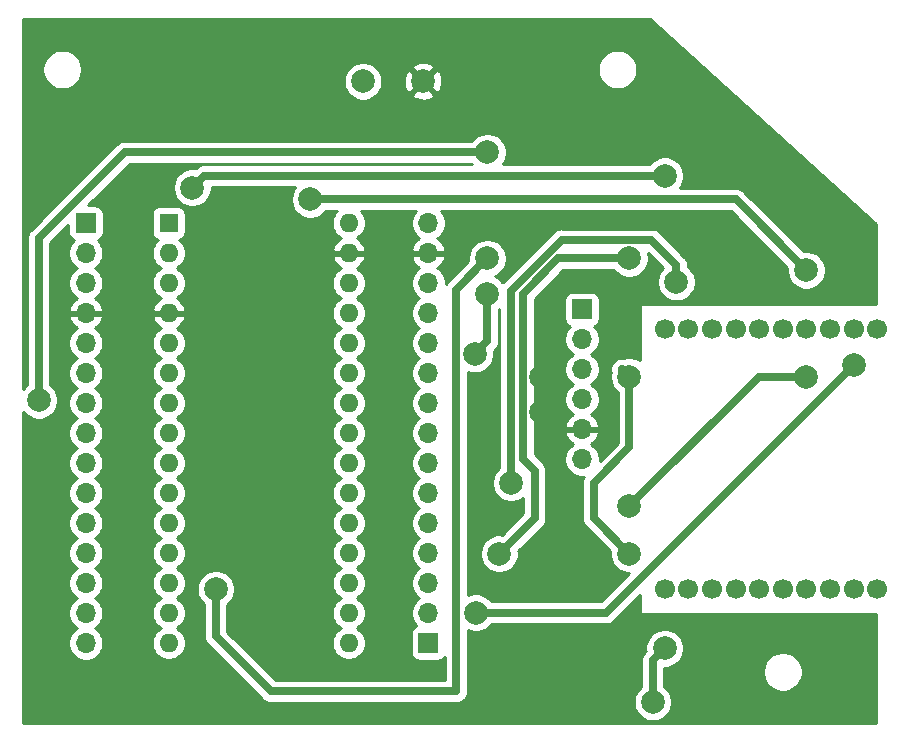
<source format=gbr>
G04 #@! TF.GenerationSoftware,KiCad,Pcbnew,5.1.5-52549c5~84~ubuntu19.04.1*
G04 #@! TF.CreationDate,2019-12-02T22:34:05+01:00*
G04 #@! TF.ProjectId,XbeeTestBench,58626565-5465-4737-9442-656e63682e6b,rev?*
G04 #@! TF.SameCoordinates,Original*
G04 #@! TF.FileFunction,Copper,L1,Top*
G04 #@! TF.FilePolarity,Positive*
%FSLAX46Y46*%
G04 Gerber Fmt 4.6, Leading zero omitted, Abs format (unit mm)*
G04 Created by KiCad (PCBNEW 5.1.5-52549c5~84~ubuntu19.04.1) date 2019-12-02 22:34:05*
%MOMM*%
%LPD*%
G04 APERTURE LIST*
%ADD10C,2.000000*%
%ADD11C,1.700000*%
%ADD12O,1.700000X1.700000*%
%ADD13R,1.700000X1.700000*%
%ADD14O,1.600000X1.600000*%
%ADD15R,1.600000X1.600000*%
%ADD16C,0.700000*%
%ADD17C,1.000000*%
%ADD18C,0.254000*%
G04 APERTURE END LIST*
D10*
X126540000Y-48000000D03*
X121460000Y-48000000D03*
D11*
X165000000Y-91000000D03*
X163000000Y-91000000D03*
X161000000Y-91000000D03*
X159000000Y-91000000D03*
X157000000Y-91000000D03*
X155000000Y-91000000D03*
X153000000Y-91000000D03*
X151000000Y-91000000D03*
X149000000Y-91000000D03*
X147000000Y-91000000D03*
X147000000Y-69000000D03*
X149000000Y-69000000D03*
X151000000Y-69000000D03*
X153000000Y-69000000D03*
X155000000Y-69000000D03*
X157000000Y-69000000D03*
X159000000Y-69000000D03*
X161000000Y-69000000D03*
X163000000Y-69000000D03*
X165000000Y-69000000D03*
D12*
X127000000Y-60000000D03*
X127000000Y-62540000D03*
X127000000Y-65080000D03*
X127000000Y-67620000D03*
X127000000Y-70160000D03*
X127000000Y-72700000D03*
X127000000Y-75240000D03*
X127000000Y-77780000D03*
X127000000Y-80320000D03*
X127000000Y-82860000D03*
X127000000Y-85400000D03*
X127000000Y-87940000D03*
X127000000Y-90480000D03*
X127000000Y-93020000D03*
D13*
X127000000Y-95560000D03*
D12*
X98000000Y-95560000D03*
X98000000Y-93020000D03*
X98000000Y-90480000D03*
X98000000Y-87940000D03*
X98000000Y-85400000D03*
X98000000Y-82860000D03*
X98000000Y-80320000D03*
X98000000Y-77780000D03*
X98000000Y-75240000D03*
X98000000Y-72700000D03*
X98000000Y-70160000D03*
X98000000Y-67620000D03*
X98000000Y-65080000D03*
X98000000Y-62540000D03*
D13*
X98000000Y-60000000D03*
D12*
X140000000Y-80000000D03*
X140000000Y-77460000D03*
X140000000Y-74920000D03*
X140000000Y-72380000D03*
X140000000Y-69840000D03*
D13*
X140000000Y-67300000D03*
D14*
X120240000Y-95560000D03*
X105000000Y-95560000D03*
X120240000Y-60000000D03*
X105000000Y-93020000D03*
X120240000Y-62540000D03*
X105000000Y-90480000D03*
X120240000Y-65080000D03*
X105000000Y-87940000D03*
X120240000Y-67620000D03*
X105000000Y-85400000D03*
X120240000Y-70160000D03*
X105000000Y-82860000D03*
X120240000Y-72700000D03*
X105000000Y-80320000D03*
X120240000Y-75240000D03*
X105000000Y-77780000D03*
X120240000Y-77780000D03*
X105000000Y-75240000D03*
X120240000Y-80320000D03*
X105000000Y-72700000D03*
X120240000Y-82860000D03*
X105000000Y-70160000D03*
X120240000Y-85400000D03*
X105000000Y-67620000D03*
X120240000Y-87940000D03*
X105000000Y-65080000D03*
X120240000Y-90480000D03*
X105000000Y-62540000D03*
X120240000Y-93020000D03*
D15*
X105000000Y-60000000D03*
D10*
X144000000Y-84000000D03*
X159000000Y-73000000D03*
X146000000Y-100550000D03*
X147000000Y-96000000D03*
X144000000Y-88000000D03*
X144000000Y-73000000D03*
X136550000Y-76000000D03*
X136550000Y-73000000D03*
X111000000Y-66000000D03*
X111000000Y-69000000D03*
X114000000Y-69000000D03*
X114000000Y-66000000D03*
X114000000Y-86000000D03*
X114000000Y-89000000D03*
X117000000Y-89000000D03*
X117000000Y-86000000D03*
X99000000Y-50000000D03*
X102000000Y-50000000D03*
X132000000Y-63000000D03*
X109000000Y-91000000D03*
X132000000Y-66000000D03*
X130903984Y-71096016D03*
X132000000Y-54000000D03*
X94000000Y-75000000D03*
X134000000Y-82000000D03*
X148000000Y-65000000D03*
X144000000Y-63000000D03*
X133000000Y-88000000D03*
X117000000Y-58000000D03*
X159000000Y-64000000D03*
X163000000Y-72000000D03*
X131000000Y-93000000D03*
X147000000Y-56000000D03*
X107000000Y-57000000D03*
D16*
X144000000Y-84000000D02*
X155000000Y-73000000D01*
X155000000Y-73000000D02*
X159000000Y-73000000D01*
X146000000Y-100550000D02*
X146000000Y-97000000D01*
X146000000Y-97000000D02*
X147000000Y-96000000D01*
X143380000Y-72380000D02*
X144000000Y-73000000D01*
X144000000Y-79000000D02*
X144000000Y-73000000D01*
X141000000Y-82000000D02*
X144000000Y-79000000D01*
X141000000Y-85000000D02*
X141000000Y-82000000D01*
X144000000Y-88000000D02*
X141000000Y-85000000D01*
D17*
X136550000Y-76000000D02*
X136550000Y-73000000D01*
X111000000Y-66000000D02*
X111000000Y-69000000D01*
X114000000Y-69000000D02*
X114000000Y-66000000D01*
X114000000Y-86000000D02*
X114000000Y-89000000D01*
X117000000Y-89000000D02*
X117000000Y-86000000D01*
X99000000Y-50000000D02*
X102000000Y-50000000D01*
D16*
X129353983Y-65646017D02*
X129353983Y-99646017D01*
X132000000Y-63000000D02*
X129353983Y-65646017D01*
X129353983Y-99646017D02*
X113646017Y-99646017D01*
X113646017Y-99646017D02*
X109000000Y-95000000D01*
X109000000Y-95000000D02*
X109000000Y-91000000D01*
X132000000Y-66000000D02*
X132000000Y-70000000D01*
X132000000Y-70000000D02*
X130903984Y-71096016D01*
X132000000Y-54000000D02*
X104000000Y-54000000D01*
X101309998Y-54000000D02*
X104000000Y-54000000D01*
X94000000Y-61309998D02*
X101309998Y-54000000D01*
X94000000Y-75000000D02*
X94000000Y-61309998D01*
X134000000Y-80585787D02*
X134000000Y-82000000D01*
X134000000Y-65727194D02*
X134000000Y-80585787D01*
X138277195Y-61449999D02*
X134000000Y-65727194D01*
X145864212Y-61449999D02*
X138277195Y-61449999D01*
X148000000Y-63585787D02*
X145864212Y-61449999D01*
X148000000Y-65000000D02*
X148000000Y-63585787D01*
X136000000Y-85000000D02*
X133000000Y-88000000D01*
X144000000Y-63000000D02*
X138000000Y-63000000D01*
X135000000Y-66000000D02*
X135000000Y-80000000D01*
X135000000Y-80000000D02*
X136000000Y-81000000D01*
X138000000Y-63000000D02*
X135000000Y-66000000D01*
X136000000Y-81000000D02*
X136000000Y-85000000D01*
X117000000Y-58000000D02*
X133000000Y-58000000D01*
X133000000Y-58000000D02*
X153000000Y-58000000D01*
X153000000Y-58000000D02*
X159000000Y-64000000D01*
X163000000Y-72000000D02*
X142000000Y-93000000D01*
X142000000Y-93000000D02*
X131000000Y-93000000D01*
X147000000Y-56000000D02*
X108000000Y-56000000D01*
X108000000Y-56000000D02*
X107000000Y-57000000D01*
D18*
G36*
X164873000Y-60083024D02*
G01*
X164873000Y-66873000D01*
X145000000Y-66873000D01*
X144975224Y-66875440D01*
X144951399Y-66882667D01*
X144929443Y-66894403D01*
X144910197Y-66910197D01*
X144894403Y-66929443D01*
X144882667Y-66951399D01*
X144875440Y-66975224D01*
X144873000Y-67000000D01*
X144873000Y-71616922D01*
X144774463Y-71551082D01*
X144476912Y-71427832D01*
X144161033Y-71365000D01*
X143838967Y-71365000D01*
X143590280Y-71414467D01*
X143573093Y-71409253D01*
X143380000Y-71390235D01*
X143186907Y-71409253D01*
X143001234Y-71465576D01*
X142830117Y-71557041D01*
X142680131Y-71680131D01*
X142557041Y-71830117D01*
X142465576Y-72001234D01*
X142409253Y-72186907D01*
X142390235Y-72380000D01*
X142409253Y-72573093D01*
X142414467Y-72590280D01*
X142365000Y-72838967D01*
X142365000Y-73161033D01*
X142427832Y-73476912D01*
X142551082Y-73774463D01*
X142730013Y-74042252D01*
X142957748Y-74269987D01*
X143015001Y-74308242D01*
X143015000Y-78591999D01*
X141485000Y-80122000D01*
X141485000Y-79853740D01*
X141427932Y-79566842D01*
X141315990Y-79296589D01*
X141153475Y-79053368D01*
X140946632Y-78846525D01*
X140764466Y-78724805D01*
X140881355Y-78655178D01*
X141097588Y-78460269D01*
X141271641Y-78226920D01*
X141396825Y-77964099D01*
X141441476Y-77816890D01*
X141320155Y-77587000D01*
X140127000Y-77587000D01*
X140127000Y-77607000D01*
X139873000Y-77607000D01*
X139873000Y-77587000D01*
X138679845Y-77587000D01*
X138558524Y-77816890D01*
X138603175Y-77964099D01*
X138728359Y-78226920D01*
X138902412Y-78460269D01*
X139118645Y-78655178D01*
X139235534Y-78724805D01*
X139053368Y-78846525D01*
X138846525Y-79053368D01*
X138684010Y-79296589D01*
X138572068Y-79566842D01*
X138515000Y-79853740D01*
X138515000Y-80146260D01*
X138572068Y-80433158D01*
X138684010Y-80703411D01*
X138846525Y-80946632D01*
X139053368Y-81153475D01*
X139296589Y-81315990D01*
X139566842Y-81427932D01*
X139853740Y-81485000D01*
X140146260Y-81485000D01*
X140159839Y-81482299D01*
X140085576Y-81621234D01*
X140029253Y-81806907D01*
X140010235Y-82000000D01*
X140015001Y-82048390D01*
X140015000Y-84951620D01*
X140010235Y-85000000D01*
X140015000Y-85048379D01*
X140029253Y-85193093D01*
X140085576Y-85378766D01*
X140177040Y-85549884D01*
X140300130Y-85699870D01*
X140337716Y-85730716D01*
X142378433Y-87771434D01*
X142365000Y-87838967D01*
X142365000Y-88161033D01*
X142427832Y-88476912D01*
X142551082Y-88774463D01*
X142730013Y-89042252D01*
X142957748Y-89269987D01*
X143225537Y-89448918D01*
X143523088Y-89572168D01*
X143838967Y-89635000D01*
X143972000Y-89635000D01*
X141592000Y-92015000D01*
X132308242Y-92015000D01*
X132269987Y-91957748D01*
X132042252Y-91730013D01*
X131774463Y-91551082D01*
X131476912Y-91427832D01*
X131161033Y-91365000D01*
X130838967Y-91365000D01*
X130523088Y-91427832D01*
X130338983Y-91504091D01*
X130338983Y-72631696D01*
X130427072Y-72668184D01*
X130742951Y-72731016D01*
X131065017Y-72731016D01*
X131380896Y-72668184D01*
X131678447Y-72544934D01*
X131946236Y-72366003D01*
X132173971Y-72138268D01*
X132352902Y-71870479D01*
X132476152Y-71572928D01*
X132538984Y-71257049D01*
X132538984Y-70934983D01*
X132525551Y-70867450D01*
X132662290Y-70730711D01*
X132699870Y-70699870D01*
X132822960Y-70549884D01*
X132914424Y-70378767D01*
X132970747Y-70193094D01*
X132985000Y-70048380D01*
X132989765Y-70000000D01*
X132985000Y-69951620D01*
X132985000Y-67308242D01*
X133015000Y-67288196D01*
X133015001Y-80537398D01*
X133015000Y-80537408D01*
X133015000Y-80691758D01*
X132957748Y-80730013D01*
X132730013Y-80957748D01*
X132551082Y-81225537D01*
X132427832Y-81523088D01*
X132365000Y-81838967D01*
X132365000Y-82161033D01*
X132427832Y-82476912D01*
X132551082Y-82774463D01*
X132730013Y-83042252D01*
X132957748Y-83269987D01*
X133225537Y-83448918D01*
X133523088Y-83572168D01*
X133838967Y-83635000D01*
X134161033Y-83635000D01*
X134476912Y-83572168D01*
X134774463Y-83448918D01*
X135015001Y-83288196D01*
X135015001Y-84591998D01*
X133228566Y-86378433D01*
X133161033Y-86365000D01*
X132838967Y-86365000D01*
X132523088Y-86427832D01*
X132225537Y-86551082D01*
X131957748Y-86730013D01*
X131730013Y-86957748D01*
X131551082Y-87225537D01*
X131427832Y-87523088D01*
X131365000Y-87838967D01*
X131365000Y-88161033D01*
X131427832Y-88476912D01*
X131551082Y-88774463D01*
X131730013Y-89042252D01*
X131957748Y-89269987D01*
X132225537Y-89448918D01*
X132523088Y-89572168D01*
X132838967Y-89635000D01*
X133161033Y-89635000D01*
X133476912Y-89572168D01*
X133774463Y-89448918D01*
X134042252Y-89269987D01*
X134269987Y-89042252D01*
X134448918Y-88774463D01*
X134572168Y-88476912D01*
X134635000Y-88161033D01*
X134635000Y-87838967D01*
X134621567Y-87771434D01*
X136662290Y-85730711D01*
X136699870Y-85699870D01*
X136822960Y-85549884D01*
X136914424Y-85378767D01*
X136970747Y-85193094D01*
X136985000Y-85048380D01*
X136985000Y-85048379D01*
X136989765Y-85000000D01*
X136985000Y-84951620D01*
X136985000Y-81048380D01*
X136989765Y-81000000D01*
X136970747Y-80806906D01*
X136914424Y-80621233D01*
X136822960Y-80450116D01*
X136775834Y-80392693D01*
X136699870Y-80300130D01*
X136662289Y-80269289D01*
X135985000Y-79592000D01*
X135985000Y-66450000D01*
X138511928Y-66450000D01*
X138511928Y-68150000D01*
X138524188Y-68274482D01*
X138560498Y-68394180D01*
X138619463Y-68504494D01*
X138698815Y-68601185D01*
X138795506Y-68680537D01*
X138905820Y-68739502D01*
X138978380Y-68761513D01*
X138846525Y-68893368D01*
X138684010Y-69136589D01*
X138572068Y-69406842D01*
X138515000Y-69693740D01*
X138515000Y-69986260D01*
X138572068Y-70273158D01*
X138684010Y-70543411D01*
X138846525Y-70786632D01*
X139053368Y-70993475D01*
X139227760Y-71110000D01*
X139053368Y-71226525D01*
X138846525Y-71433368D01*
X138684010Y-71676589D01*
X138572068Y-71946842D01*
X138515000Y-72233740D01*
X138515000Y-72526260D01*
X138572068Y-72813158D01*
X138684010Y-73083411D01*
X138846525Y-73326632D01*
X139053368Y-73533475D01*
X139227760Y-73650000D01*
X139053368Y-73766525D01*
X138846525Y-73973368D01*
X138684010Y-74216589D01*
X138572068Y-74486842D01*
X138515000Y-74773740D01*
X138515000Y-75066260D01*
X138572068Y-75353158D01*
X138684010Y-75623411D01*
X138846525Y-75866632D01*
X139053368Y-76073475D01*
X139235534Y-76195195D01*
X139118645Y-76264822D01*
X138902412Y-76459731D01*
X138728359Y-76693080D01*
X138603175Y-76955901D01*
X138558524Y-77103110D01*
X138679845Y-77333000D01*
X139873000Y-77333000D01*
X139873000Y-77313000D01*
X140127000Y-77313000D01*
X140127000Y-77333000D01*
X141320155Y-77333000D01*
X141441476Y-77103110D01*
X141396825Y-76955901D01*
X141271641Y-76693080D01*
X141097588Y-76459731D01*
X140881355Y-76264822D01*
X140764466Y-76195195D01*
X140946632Y-76073475D01*
X141153475Y-75866632D01*
X141315990Y-75623411D01*
X141427932Y-75353158D01*
X141485000Y-75066260D01*
X141485000Y-74773740D01*
X141427932Y-74486842D01*
X141315990Y-74216589D01*
X141153475Y-73973368D01*
X140946632Y-73766525D01*
X140772240Y-73650000D01*
X140946632Y-73533475D01*
X141153475Y-73326632D01*
X141315990Y-73083411D01*
X141427932Y-72813158D01*
X141485000Y-72526260D01*
X141485000Y-72233740D01*
X141427932Y-71946842D01*
X141315990Y-71676589D01*
X141153475Y-71433368D01*
X140946632Y-71226525D01*
X140772240Y-71110000D01*
X140946632Y-70993475D01*
X141153475Y-70786632D01*
X141315990Y-70543411D01*
X141427932Y-70273158D01*
X141485000Y-69986260D01*
X141485000Y-69693740D01*
X141427932Y-69406842D01*
X141315990Y-69136589D01*
X141153475Y-68893368D01*
X141021620Y-68761513D01*
X141094180Y-68739502D01*
X141204494Y-68680537D01*
X141301185Y-68601185D01*
X141380537Y-68504494D01*
X141439502Y-68394180D01*
X141475812Y-68274482D01*
X141488072Y-68150000D01*
X141488072Y-66450000D01*
X141475812Y-66325518D01*
X141439502Y-66205820D01*
X141380537Y-66095506D01*
X141301185Y-65998815D01*
X141204494Y-65919463D01*
X141094180Y-65860498D01*
X140974482Y-65824188D01*
X140850000Y-65811928D01*
X139150000Y-65811928D01*
X139025518Y-65824188D01*
X138905820Y-65860498D01*
X138795506Y-65919463D01*
X138698815Y-65998815D01*
X138619463Y-66095506D01*
X138560498Y-66205820D01*
X138524188Y-66325518D01*
X138511928Y-66450000D01*
X135985000Y-66450000D01*
X135985000Y-66408000D01*
X138408001Y-63985000D01*
X142691758Y-63985000D01*
X142730013Y-64042252D01*
X142957748Y-64269987D01*
X143225537Y-64448918D01*
X143523088Y-64572168D01*
X143838967Y-64635000D01*
X144161033Y-64635000D01*
X144476912Y-64572168D01*
X144774463Y-64448918D01*
X145042252Y-64269987D01*
X145269987Y-64042252D01*
X145448918Y-63774463D01*
X145572168Y-63476912D01*
X145635000Y-63161033D01*
X145635000Y-62838967D01*
X145579087Y-62557874D01*
X146854487Y-63833274D01*
X146730013Y-63957748D01*
X146551082Y-64225537D01*
X146427832Y-64523088D01*
X146365000Y-64838967D01*
X146365000Y-65161033D01*
X146427832Y-65476912D01*
X146551082Y-65774463D01*
X146730013Y-66042252D01*
X146957748Y-66269987D01*
X147225537Y-66448918D01*
X147523088Y-66572168D01*
X147838967Y-66635000D01*
X148161033Y-66635000D01*
X148476912Y-66572168D01*
X148774463Y-66448918D01*
X149042252Y-66269987D01*
X149269987Y-66042252D01*
X149448918Y-65774463D01*
X149572168Y-65476912D01*
X149635000Y-65161033D01*
X149635000Y-64838967D01*
X149572168Y-64523088D01*
X149448918Y-64225537D01*
X149269987Y-63957748D01*
X149042252Y-63730013D01*
X148985000Y-63691758D01*
X148985000Y-63634166D01*
X148989765Y-63585786D01*
X148970747Y-63392692D01*
X148935779Y-63277420D01*
X148914424Y-63207020D01*
X148822960Y-63035903D01*
X148699870Y-62885917D01*
X148662284Y-62855071D01*
X146594928Y-60787715D01*
X146564082Y-60750129D01*
X146414096Y-60627039D01*
X146242979Y-60535575D01*
X146057306Y-60479252D01*
X145912592Y-60464999D01*
X145864212Y-60460234D01*
X145815832Y-60464999D01*
X138325574Y-60464999D01*
X138277194Y-60460234D01*
X138084100Y-60479252D01*
X138040886Y-60492361D01*
X137898428Y-60535575D01*
X137727311Y-60627039D01*
X137577325Y-60750129D01*
X137546479Y-60787715D01*
X133337716Y-64996478D01*
X133310687Y-65018660D01*
X133269987Y-64957748D01*
X133042252Y-64730013D01*
X132774463Y-64551082D01*
X132651140Y-64500000D01*
X132774463Y-64448918D01*
X133042252Y-64269987D01*
X133269987Y-64042252D01*
X133448918Y-63774463D01*
X133572168Y-63476912D01*
X133635000Y-63161033D01*
X133635000Y-62838967D01*
X133572168Y-62523088D01*
X133448918Y-62225537D01*
X133269987Y-61957748D01*
X133042252Y-61730013D01*
X132774463Y-61551082D01*
X132476912Y-61427832D01*
X132161033Y-61365000D01*
X131838967Y-61365000D01*
X131523088Y-61427832D01*
X131225537Y-61551082D01*
X130957748Y-61730013D01*
X130730013Y-61957748D01*
X130551082Y-62225537D01*
X130427832Y-62523088D01*
X130365000Y-62838967D01*
X130365000Y-63161033D01*
X130378433Y-63228567D01*
X128691699Y-64915301D01*
X128654113Y-64946147D01*
X128531023Y-65096133D01*
X128485000Y-65182236D01*
X128485000Y-64933740D01*
X128427932Y-64646842D01*
X128315990Y-64376589D01*
X128153475Y-64133368D01*
X127946632Y-63926525D01*
X127764466Y-63804805D01*
X127881355Y-63735178D01*
X128097588Y-63540269D01*
X128271641Y-63306920D01*
X128396825Y-63044099D01*
X128441476Y-62896890D01*
X128320155Y-62667000D01*
X127127000Y-62667000D01*
X127127000Y-62687000D01*
X126873000Y-62687000D01*
X126873000Y-62667000D01*
X125679845Y-62667000D01*
X125558524Y-62896890D01*
X125603175Y-63044099D01*
X125728359Y-63306920D01*
X125902412Y-63540269D01*
X126118645Y-63735178D01*
X126235534Y-63804805D01*
X126053368Y-63926525D01*
X125846525Y-64133368D01*
X125684010Y-64376589D01*
X125572068Y-64646842D01*
X125515000Y-64933740D01*
X125515000Y-65226260D01*
X125572068Y-65513158D01*
X125684010Y-65783411D01*
X125846525Y-66026632D01*
X126053368Y-66233475D01*
X126227760Y-66350000D01*
X126053368Y-66466525D01*
X125846525Y-66673368D01*
X125684010Y-66916589D01*
X125572068Y-67186842D01*
X125515000Y-67473740D01*
X125515000Y-67766260D01*
X125572068Y-68053158D01*
X125684010Y-68323411D01*
X125846525Y-68566632D01*
X126053368Y-68773475D01*
X126227760Y-68890000D01*
X126053368Y-69006525D01*
X125846525Y-69213368D01*
X125684010Y-69456589D01*
X125572068Y-69726842D01*
X125515000Y-70013740D01*
X125515000Y-70306260D01*
X125572068Y-70593158D01*
X125684010Y-70863411D01*
X125846525Y-71106632D01*
X126053368Y-71313475D01*
X126227760Y-71430000D01*
X126053368Y-71546525D01*
X125846525Y-71753368D01*
X125684010Y-71996589D01*
X125572068Y-72266842D01*
X125515000Y-72553740D01*
X125515000Y-72846260D01*
X125572068Y-73133158D01*
X125684010Y-73403411D01*
X125846525Y-73646632D01*
X126053368Y-73853475D01*
X126227760Y-73970000D01*
X126053368Y-74086525D01*
X125846525Y-74293368D01*
X125684010Y-74536589D01*
X125572068Y-74806842D01*
X125515000Y-75093740D01*
X125515000Y-75386260D01*
X125572068Y-75673158D01*
X125684010Y-75943411D01*
X125846525Y-76186632D01*
X126053368Y-76393475D01*
X126227760Y-76510000D01*
X126053368Y-76626525D01*
X125846525Y-76833368D01*
X125684010Y-77076589D01*
X125572068Y-77346842D01*
X125515000Y-77633740D01*
X125515000Y-77926260D01*
X125572068Y-78213158D01*
X125684010Y-78483411D01*
X125846525Y-78726632D01*
X126053368Y-78933475D01*
X126227760Y-79050000D01*
X126053368Y-79166525D01*
X125846525Y-79373368D01*
X125684010Y-79616589D01*
X125572068Y-79886842D01*
X125515000Y-80173740D01*
X125515000Y-80466260D01*
X125572068Y-80753158D01*
X125684010Y-81023411D01*
X125846525Y-81266632D01*
X126053368Y-81473475D01*
X126227760Y-81590000D01*
X126053368Y-81706525D01*
X125846525Y-81913368D01*
X125684010Y-82156589D01*
X125572068Y-82426842D01*
X125515000Y-82713740D01*
X125515000Y-83006260D01*
X125572068Y-83293158D01*
X125684010Y-83563411D01*
X125846525Y-83806632D01*
X126053368Y-84013475D01*
X126227760Y-84130000D01*
X126053368Y-84246525D01*
X125846525Y-84453368D01*
X125684010Y-84696589D01*
X125572068Y-84966842D01*
X125515000Y-85253740D01*
X125515000Y-85546260D01*
X125572068Y-85833158D01*
X125684010Y-86103411D01*
X125846525Y-86346632D01*
X126053368Y-86553475D01*
X126227760Y-86670000D01*
X126053368Y-86786525D01*
X125846525Y-86993368D01*
X125684010Y-87236589D01*
X125572068Y-87506842D01*
X125515000Y-87793740D01*
X125515000Y-88086260D01*
X125572068Y-88373158D01*
X125684010Y-88643411D01*
X125846525Y-88886632D01*
X126053368Y-89093475D01*
X126227760Y-89210000D01*
X126053368Y-89326525D01*
X125846525Y-89533368D01*
X125684010Y-89776589D01*
X125572068Y-90046842D01*
X125515000Y-90333740D01*
X125515000Y-90626260D01*
X125572068Y-90913158D01*
X125684010Y-91183411D01*
X125846525Y-91426632D01*
X126053368Y-91633475D01*
X126227760Y-91750000D01*
X126053368Y-91866525D01*
X125846525Y-92073368D01*
X125684010Y-92316589D01*
X125572068Y-92586842D01*
X125515000Y-92873740D01*
X125515000Y-93166260D01*
X125572068Y-93453158D01*
X125684010Y-93723411D01*
X125846525Y-93966632D01*
X125978380Y-94098487D01*
X125905820Y-94120498D01*
X125795506Y-94179463D01*
X125698815Y-94258815D01*
X125619463Y-94355506D01*
X125560498Y-94465820D01*
X125524188Y-94585518D01*
X125511928Y-94710000D01*
X125511928Y-96410000D01*
X125524188Y-96534482D01*
X125560498Y-96654180D01*
X125619463Y-96764494D01*
X125698815Y-96861185D01*
X125795506Y-96940537D01*
X125905820Y-96999502D01*
X126025518Y-97035812D01*
X126150000Y-97048072D01*
X127850000Y-97048072D01*
X127974482Y-97035812D01*
X128094180Y-96999502D01*
X128204494Y-96940537D01*
X128301185Y-96861185D01*
X128368984Y-96778572D01*
X128368984Y-98661017D01*
X114054017Y-98661017D01*
X109985000Y-94592000D01*
X109985000Y-92308242D01*
X110042252Y-92269987D01*
X110269987Y-92042252D01*
X110448918Y-91774463D01*
X110572168Y-91476912D01*
X110635000Y-91161033D01*
X110635000Y-90838967D01*
X110572168Y-90523088D01*
X110448918Y-90225537D01*
X110269987Y-89957748D01*
X110042252Y-89730013D01*
X109774463Y-89551082D01*
X109476912Y-89427832D01*
X109161033Y-89365000D01*
X108838967Y-89365000D01*
X108523088Y-89427832D01*
X108225537Y-89551082D01*
X107957748Y-89730013D01*
X107730013Y-89957748D01*
X107551082Y-90225537D01*
X107427832Y-90523088D01*
X107365000Y-90838967D01*
X107365000Y-91161033D01*
X107427832Y-91476912D01*
X107551082Y-91774463D01*
X107730013Y-92042252D01*
X107957748Y-92269987D01*
X108015001Y-92308242D01*
X108015000Y-94951620D01*
X108010235Y-95000000D01*
X108015000Y-95048379D01*
X108029253Y-95193093D01*
X108085576Y-95378766D01*
X108177040Y-95549884D01*
X108300130Y-95699870D01*
X108337716Y-95730716D01*
X112915301Y-100308301D01*
X112946147Y-100345887D01*
X113096133Y-100468977D01*
X113267250Y-100560441D01*
X113392319Y-100598380D01*
X113452922Y-100616764D01*
X113646016Y-100635782D01*
X113694396Y-100631017D01*
X129305603Y-100631017D01*
X129353983Y-100635782D01*
X129402363Y-100631017D01*
X129547077Y-100616764D01*
X129732750Y-100560441D01*
X129903867Y-100468977D01*
X130001359Y-100388967D01*
X144365000Y-100388967D01*
X144365000Y-100711033D01*
X144427832Y-101026912D01*
X144551082Y-101324463D01*
X144730013Y-101592252D01*
X144957748Y-101819987D01*
X145225537Y-101998918D01*
X145523088Y-102122168D01*
X145838967Y-102185000D01*
X146161033Y-102185000D01*
X146476912Y-102122168D01*
X146774463Y-101998918D01*
X147042252Y-101819987D01*
X147269987Y-101592252D01*
X147448918Y-101324463D01*
X147572168Y-101026912D01*
X147635000Y-100711033D01*
X147635000Y-100388967D01*
X147572168Y-100073088D01*
X147448918Y-99775537D01*
X147269987Y-99507748D01*
X147042252Y-99280013D01*
X146985000Y-99241758D01*
X146985000Y-97834042D01*
X155315000Y-97834042D01*
X155315000Y-98165958D01*
X155379754Y-98491496D01*
X155506772Y-98798147D01*
X155691175Y-99074125D01*
X155925875Y-99308825D01*
X156201853Y-99493228D01*
X156508504Y-99620246D01*
X156834042Y-99685000D01*
X157165958Y-99685000D01*
X157491496Y-99620246D01*
X157798147Y-99493228D01*
X158074125Y-99308825D01*
X158308825Y-99074125D01*
X158493228Y-98798147D01*
X158620246Y-98491496D01*
X158685000Y-98165958D01*
X158685000Y-97834042D01*
X158620246Y-97508504D01*
X158493228Y-97201853D01*
X158308825Y-96925875D01*
X158074125Y-96691175D01*
X157798147Y-96506772D01*
X157491496Y-96379754D01*
X157165958Y-96315000D01*
X156834042Y-96315000D01*
X156508504Y-96379754D01*
X156201853Y-96506772D01*
X155925875Y-96691175D01*
X155691175Y-96925875D01*
X155506772Y-97201853D01*
X155379754Y-97508504D01*
X155315000Y-97834042D01*
X146985000Y-97834042D01*
X146985000Y-97635000D01*
X147161033Y-97635000D01*
X147476912Y-97572168D01*
X147774463Y-97448918D01*
X148042252Y-97269987D01*
X148269987Y-97042252D01*
X148448918Y-96774463D01*
X148572168Y-96476912D01*
X148635000Y-96161033D01*
X148635000Y-95838967D01*
X148572168Y-95523088D01*
X148448918Y-95225537D01*
X148269987Y-94957748D01*
X148042252Y-94730013D01*
X147774463Y-94551082D01*
X147476912Y-94427832D01*
X147161033Y-94365000D01*
X146838967Y-94365000D01*
X146523088Y-94427832D01*
X146225537Y-94551082D01*
X145957748Y-94730013D01*
X145730013Y-94957748D01*
X145551082Y-95225537D01*
X145427832Y-95523088D01*
X145365000Y-95838967D01*
X145365000Y-96161033D01*
X145378433Y-96228567D01*
X145337711Y-96269289D01*
X145300131Y-96300130D01*
X145177041Y-96450116D01*
X145146833Y-96506632D01*
X145085576Y-96621234D01*
X145029253Y-96806907D01*
X145010235Y-97000000D01*
X145015001Y-97048390D01*
X145015000Y-99241758D01*
X144957748Y-99280013D01*
X144730013Y-99507748D01*
X144551082Y-99775537D01*
X144427832Y-100073088D01*
X144365000Y-100388967D01*
X130001359Y-100388967D01*
X130053853Y-100345887D01*
X130176943Y-100195901D01*
X130268407Y-100024784D01*
X130324730Y-99839111D01*
X130343748Y-99646017D01*
X130338983Y-99597637D01*
X130338983Y-94495909D01*
X130523088Y-94572168D01*
X130838967Y-94635000D01*
X131161033Y-94635000D01*
X131476912Y-94572168D01*
X131774463Y-94448918D01*
X132042252Y-94269987D01*
X132269987Y-94042252D01*
X132308242Y-93985000D01*
X141951620Y-93985000D01*
X142000000Y-93989765D01*
X142048380Y-93985000D01*
X142193094Y-93970747D01*
X142378767Y-93914424D01*
X142549884Y-93822960D01*
X142699870Y-93699870D01*
X142730716Y-93662284D01*
X144873000Y-91520000D01*
X144873000Y-93000000D01*
X144875440Y-93024776D01*
X144882667Y-93048601D01*
X144894403Y-93070557D01*
X144910197Y-93089803D01*
X144929443Y-93105597D01*
X144951399Y-93117333D01*
X144975224Y-93124560D01*
X145000000Y-93127000D01*
X164873000Y-93127000D01*
X164873000Y-102315000D01*
X92685000Y-102315000D01*
X92685000Y-75974885D01*
X92730013Y-76042252D01*
X92957748Y-76269987D01*
X93225537Y-76448918D01*
X93523088Y-76572168D01*
X93838967Y-76635000D01*
X94161033Y-76635000D01*
X94476912Y-76572168D01*
X94774463Y-76448918D01*
X95042252Y-76269987D01*
X95269987Y-76042252D01*
X95448918Y-75774463D01*
X95572168Y-75476912D01*
X95635000Y-75161033D01*
X95635000Y-74838967D01*
X95572168Y-74523088D01*
X95448918Y-74225537D01*
X95269987Y-73957748D01*
X95042252Y-73730013D01*
X94985000Y-73691758D01*
X94985000Y-70013740D01*
X96515000Y-70013740D01*
X96515000Y-70306260D01*
X96572068Y-70593158D01*
X96684010Y-70863411D01*
X96846525Y-71106632D01*
X97053368Y-71313475D01*
X97227760Y-71430000D01*
X97053368Y-71546525D01*
X96846525Y-71753368D01*
X96684010Y-71996589D01*
X96572068Y-72266842D01*
X96515000Y-72553740D01*
X96515000Y-72846260D01*
X96572068Y-73133158D01*
X96684010Y-73403411D01*
X96846525Y-73646632D01*
X97053368Y-73853475D01*
X97227760Y-73970000D01*
X97053368Y-74086525D01*
X96846525Y-74293368D01*
X96684010Y-74536589D01*
X96572068Y-74806842D01*
X96515000Y-75093740D01*
X96515000Y-75386260D01*
X96572068Y-75673158D01*
X96684010Y-75943411D01*
X96846525Y-76186632D01*
X97053368Y-76393475D01*
X97227760Y-76510000D01*
X97053368Y-76626525D01*
X96846525Y-76833368D01*
X96684010Y-77076589D01*
X96572068Y-77346842D01*
X96515000Y-77633740D01*
X96515000Y-77926260D01*
X96572068Y-78213158D01*
X96684010Y-78483411D01*
X96846525Y-78726632D01*
X97053368Y-78933475D01*
X97227760Y-79050000D01*
X97053368Y-79166525D01*
X96846525Y-79373368D01*
X96684010Y-79616589D01*
X96572068Y-79886842D01*
X96515000Y-80173740D01*
X96515000Y-80466260D01*
X96572068Y-80753158D01*
X96684010Y-81023411D01*
X96846525Y-81266632D01*
X97053368Y-81473475D01*
X97227760Y-81590000D01*
X97053368Y-81706525D01*
X96846525Y-81913368D01*
X96684010Y-82156589D01*
X96572068Y-82426842D01*
X96515000Y-82713740D01*
X96515000Y-83006260D01*
X96572068Y-83293158D01*
X96684010Y-83563411D01*
X96846525Y-83806632D01*
X97053368Y-84013475D01*
X97227760Y-84130000D01*
X97053368Y-84246525D01*
X96846525Y-84453368D01*
X96684010Y-84696589D01*
X96572068Y-84966842D01*
X96515000Y-85253740D01*
X96515000Y-85546260D01*
X96572068Y-85833158D01*
X96684010Y-86103411D01*
X96846525Y-86346632D01*
X97053368Y-86553475D01*
X97227760Y-86670000D01*
X97053368Y-86786525D01*
X96846525Y-86993368D01*
X96684010Y-87236589D01*
X96572068Y-87506842D01*
X96515000Y-87793740D01*
X96515000Y-88086260D01*
X96572068Y-88373158D01*
X96684010Y-88643411D01*
X96846525Y-88886632D01*
X97053368Y-89093475D01*
X97227760Y-89210000D01*
X97053368Y-89326525D01*
X96846525Y-89533368D01*
X96684010Y-89776589D01*
X96572068Y-90046842D01*
X96515000Y-90333740D01*
X96515000Y-90626260D01*
X96572068Y-90913158D01*
X96684010Y-91183411D01*
X96846525Y-91426632D01*
X97053368Y-91633475D01*
X97227760Y-91750000D01*
X97053368Y-91866525D01*
X96846525Y-92073368D01*
X96684010Y-92316589D01*
X96572068Y-92586842D01*
X96515000Y-92873740D01*
X96515000Y-93166260D01*
X96572068Y-93453158D01*
X96684010Y-93723411D01*
X96846525Y-93966632D01*
X97053368Y-94173475D01*
X97227760Y-94290000D01*
X97053368Y-94406525D01*
X96846525Y-94613368D01*
X96684010Y-94856589D01*
X96572068Y-95126842D01*
X96515000Y-95413740D01*
X96515000Y-95706260D01*
X96572068Y-95993158D01*
X96684010Y-96263411D01*
X96846525Y-96506632D01*
X97053368Y-96713475D01*
X97296589Y-96875990D01*
X97566842Y-96987932D01*
X97853740Y-97045000D01*
X98146260Y-97045000D01*
X98433158Y-96987932D01*
X98703411Y-96875990D01*
X98946632Y-96713475D01*
X99153475Y-96506632D01*
X99315990Y-96263411D01*
X99427932Y-95993158D01*
X99485000Y-95706260D01*
X99485000Y-95413740D01*
X99427932Y-95126842D01*
X99315990Y-94856589D01*
X99153475Y-94613368D01*
X98946632Y-94406525D01*
X98772240Y-94290000D01*
X98946632Y-94173475D01*
X99153475Y-93966632D01*
X99315990Y-93723411D01*
X99427932Y-93453158D01*
X99485000Y-93166260D01*
X99485000Y-92873740D01*
X99427932Y-92586842D01*
X99315990Y-92316589D01*
X99153475Y-92073368D01*
X98946632Y-91866525D01*
X98772240Y-91750000D01*
X98946632Y-91633475D01*
X99153475Y-91426632D01*
X99315990Y-91183411D01*
X99427932Y-90913158D01*
X99485000Y-90626260D01*
X99485000Y-90333740D01*
X99427932Y-90046842D01*
X99315990Y-89776589D01*
X99153475Y-89533368D01*
X98946632Y-89326525D01*
X98772240Y-89210000D01*
X98946632Y-89093475D01*
X99153475Y-88886632D01*
X99315990Y-88643411D01*
X99427932Y-88373158D01*
X99485000Y-88086260D01*
X99485000Y-87793740D01*
X99427932Y-87506842D01*
X99315990Y-87236589D01*
X99153475Y-86993368D01*
X98946632Y-86786525D01*
X98772240Y-86670000D01*
X98946632Y-86553475D01*
X99153475Y-86346632D01*
X99315990Y-86103411D01*
X99427932Y-85833158D01*
X99485000Y-85546260D01*
X99485000Y-85253740D01*
X99427932Y-84966842D01*
X99315990Y-84696589D01*
X99153475Y-84453368D01*
X98946632Y-84246525D01*
X98772240Y-84130000D01*
X98946632Y-84013475D01*
X99153475Y-83806632D01*
X99315990Y-83563411D01*
X99427932Y-83293158D01*
X99485000Y-83006260D01*
X99485000Y-82713740D01*
X99427932Y-82426842D01*
X99315990Y-82156589D01*
X99153475Y-81913368D01*
X98946632Y-81706525D01*
X98772240Y-81590000D01*
X98946632Y-81473475D01*
X99153475Y-81266632D01*
X99315990Y-81023411D01*
X99427932Y-80753158D01*
X99485000Y-80466260D01*
X99485000Y-80173740D01*
X99427932Y-79886842D01*
X99315990Y-79616589D01*
X99153475Y-79373368D01*
X98946632Y-79166525D01*
X98772240Y-79050000D01*
X98946632Y-78933475D01*
X99153475Y-78726632D01*
X99315990Y-78483411D01*
X99427932Y-78213158D01*
X99485000Y-77926260D01*
X99485000Y-77633740D01*
X99427932Y-77346842D01*
X99315990Y-77076589D01*
X99153475Y-76833368D01*
X98946632Y-76626525D01*
X98772240Y-76510000D01*
X98946632Y-76393475D01*
X99153475Y-76186632D01*
X99315990Y-75943411D01*
X99427932Y-75673158D01*
X99485000Y-75386260D01*
X99485000Y-75093740D01*
X99427932Y-74806842D01*
X99315990Y-74536589D01*
X99153475Y-74293368D01*
X98946632Y-74086525D01*
X98772240Y-73970000D01*
X98946632Y-73853475D01*
X99153475Y-73646632D01*
X99315990Y-73403411D01*
X99427932Y-73133158D01*
X99485000Y-72846260D01*
X99485000Y-72553740D01*
X99427932Y-72266842D01*
X99315990Y-71996589D01*
X99153475Y-71753368D01*
X98946632Y-71546525D01*
X98772240Y-71430000D01*
X98946632Y-71313475D01*
X99153475Y-71106632D01*
X99315990Y-70863411D01*
X99427932Y-70593158D01*
X99485000Y-70306260D01*
X99485000Y-70018665D01*
X103565000Y-70018665D01*
X103565000Y-70301335D01*
X103620147Y-70578574D01*
X103728320Y-70839727D01*
X103885363Y-71074759D01*
X104085241Y-71274637D01*
X104317759Y-71430000D01*
X104085241Y-71585363D01*
X103885363Y-71785241D01*
X103728320Y-72020273D01*
X103620147Y-72281426D01*
X103565000Y-72558665D01*
X103565000Y-72841335D01*
X103620147Y-73118574D01*
X103728320Y-73379727D01*
X103885363Y-73614759D01*
X104085241Y-73814637D01*
X104317759Y-73970000D01*
X104085241Y-74125363D01*
X103885363Y-74325241D01*
X103728320Y-74560273D01*
X103620147Y-74821426D01*
X103565000Y-75098665D01*
X103565000Y-75381335D01*
X103620147Y-75658574D01*
X103728320Y-75919727D01*
X103885363Y-76154759D01*
X104085241Y-76354637D01*
X104317759Y-76510000D01*
X104085241Y-76665363D01*
X103885363Y-76865241D01*
X103728320Y-77100273D01*
X103620147Y-77361426D01*
X103565000Y-77638665D01*
X103565000Y-77921335D01*
X103620147Y-78198574D01*
X103728320Y-78459727D01*
X103885363Y-78694759D01*
X104085241Y-78894637D01*
X104317759Y-79050000D01*
X104085241Y-79205363D01*
X103885363Y-79405241D01*
X103728320Y-79640273D01*
X103620147Y-79901426D01*
X103565000Y-80178665D01*
X103565000Y-80461335D01*
X103620147Y-80738574D01*
X103728320Y-80999727D01*
X103885363Y-81234759D01*
X104085241Y-81434637D01*
X104317759Y-81590000D01*
X104085241Y-81745363D01*
X103885363Y-81945241D01*
X103728320Y-82180273D01*
X103620147Y-82441426D01*
X103565000Y-82718665D01*
X103565000Y-83001335D01*
X103620147Y-83278574D01*
X103728320Y-83539727D01*
X103885363Y-83774759D01*
X104085241Y-83974637D01*
X104317759Y-84130000D01*
X104085241Y-84285363D01*
X103885363Y-84485241D01*
X103728320Y-84720273D01*
X103620147Y-84981426D01*
X103565000Y-85258665D01*
X103565000Y-85541335D01*
X103620147Y-85818574D01*
X103728320Y-86079727D01*
X103885363Y-86314759D01*
X104085241Y-86514637D01*
X104317759Y-86670000D01*
X104085241Y-86825363D01*
X103885363Y-87025241D01*
X103728320Y-87260273D01*
X103620147Y-87521426D01*
X103565000Y-87798665D01*
X103565000Y-88081335D01*
X103620147Y-88358574D01*
X103728320Y-88619727D01*
X103885363Y-88854759D01*
X104085241Y-89054637D01*
X104317759Y-89210000D01*
X104085241Y-89365363D01*
X103885363Y-89565241D01*
X103728320Y-89800273D01*
X103620147Y-90061426D01*
X103565000Y-90338665D01*
X103565000Y-90621335D01*
X103620147Y-90898574D01*
X103728320Y-91159727D01*
X103885363Y-91394759D01*
X104085241Y-91594637D01*
X104317759Y-91750000D01*
X104085241Y-91905363D01*
X103885363Y-92105241D01*
X103728320Y-92340273D01*
X103620147Y-92601426D01*
X103565000Y-92878665D01*
X103565000Y-93161335D01*
X103620147Y-93438574D01*
X103728320Y-93699727D01*
X103885363Y-93934759D01*
X104085241Y-94134637D01*
X104317759Y-94290000D01*
X104085241Y-94445363D01*
X103885363Y-94645241D01*
X103728320Y-94880273D01*
X103620147Y-95141426D01*
X103565000Y-95418665D01*
X103565000Y-95701335D01*
X103620147Y-95978574D01*
X103728320Y-96239727D01*
X103885363Y-96474759D01*
X104085241Y-96674637D01*
X104320273Y-96831680D01*
X104581426Y-96939853D01*
X104858665Y-96995000D01*
X105141335Y-96995000D01*
X105418574Y-96939853D01*
X105679727Y-96831680D01*
X105914759Y-96674637D01*
X106114637Y-96474759D01*
X106271680Y-96239727D01*
X106379853Y-95978574D01*
X106435000Y-95701335D01*
X106435000Y-95418665D01*
X106379853Y-95141426D01*
X106271680Y-94880273D01*
X106114637Y-94645241D01*
X105914759Y-94445363D01*
X105682241Y-94290000D01*
X105914759Y-94134637D01*
X106114637Y-93934759D01*
X106271680Y-93699727D01*
X106379853Y-93438574D01*
X106435000Y-93161335D01*
X106435000Y-92878665D01*
X106379853Y-92601426D01*
X106271680Y-92340273D01*
X106114637Y-92105241D01*
X105914759Y-91905363D01*
X105682241Y-91750000D01*
X105914759Y-91594637D01*
X106114637Y-91394759D01*
X106271680Y-91159727D01*
X106379853Y-90898574D01*
X106435000Y-90621335D01*
X106435000Y-90338665D01*
X106379853Y-90061426D01*
X106271680Y-89800273D01*
X106114637Y-89565241D01*
X105914759Y-89365363D01*
X105682241Y-89210000D01*
X105914759Y-89054637D01*
X106114637Y-88854759D01*
X106271680Y-88619727D01*
X106379853Y-88358574D01*
X106435000Y-88081335D01*
X106435000Y-87798665D01*
X106379853Y-87521426D01*
X106271680Y-87260273D01*
X106114637Y-87025241D01*
X105914759Y-86825363D01*
X105682241Y-86670000D01*
X105914759Y-86514637D01*
X106114637Y-86314759D01*
X106271680Y-86079727D01*
X106379853Y-85818574D01*
X106435000Y-85541335D01*
X106435000Y-85258665D01*
X106379853Y-84981426D01*
X106271680Y-84720273D01*
X106114637Y-84485241D01*
X105914759Y-84285363D01*
X105682241Y-84130000D01*
X105914759Y-83974637D01*
X106114637Y-83774759D01*
X106271680Y-83539727D01*
X106379853Y-83278574D01*
X106435000Y-83001335D01*
X106435000Y-82718665D01*
X106379853Y-82441426D01*
X106271680Y-82180273D01*
X106114637Y-81945241D01*
X105914759Y-81745363D01*
X105682241Y-81590000D01*
X105914759Y-81434637D01*
X106114637Y-81234759D01*
X106271680Y-80999727D01*
X106379853Y-80738574D01*
X106435000Y-80461335D01*
X106435000Y-80178665D01*
X106379853Y-79901426D01*
X106271680Y-79640273D01*
X106114637Y-79405241D01*
X105914759Y-79205363D01*
X105682241Y-79050000D01*
X105914759Y-78894637D01*
X106114637Y-78694759D01*
X106271680Y-78459727D01*
X106379853Y-78198574D01*
X106435000Y-77921335D01*
X106435000Y-77638665D01*
X106379853Y-77361426D01*
X106271680Y-77100273D01*
X106114637Y-76865241D01*
X105914759Y-76665363D01*
X105682241Y-76510000D01*
X105914759Y-76354637D01*
X106114637Y-76154759D01*
X106271680Y-75919727D01*
X106379853Y-75658574D01*
X106435000Y-75381335D01*
X106435000Y-75098665D01*
X106379853Y-74821426D01*
X106271680Y-74560273D01*
X106114637Y-74325241D01*
X105914759Y-74125363D01*
X105682241Y-73970000D01*
X105914759Y-73814637D01*
X106114637Y-73614759D01*
X106271680Y-73379727D01*
X106379853Y-73118574D01*
X106435000Y-72841335D01*
X106435000Y-72558665D01*
X106379853Y-72281426D01*
X106271680Y-72020273D01*
X106114637Y-71785241D01*
X105914759Y-71585363D01*
X105682241Y-71430000D01*
X105914759Y-71274637D01*
X106114637Y-71074759D01*
X106271680Y-70839727D01*
X106379853Y-70578574D01*
X106435000Y-70301335D01*
X106435000Y-70018665D01*
X106379853Y-69741426D01*
X106271680Y-69480273D01*
X106114637Y-69245241D01*
X105914759Y-69045363D01*
X105679727Y-68888320D01*
X105669135Y-68883933D01*
X105855131Y-68772385D01*
X106063519Y-68583414D01*
X106231037Y-68357420D01*
X106351246Y-68103087D01*
X106391904Y-67969039D01*
X106269915Y-67747000D01*
X105127000Y-67747000D01*
X105127000Y-67767000D01*
X104873000Y-67767000D01*
X104873000Y-67747000D01*
X103730085Y-67747000D01*
X103608096Y-67969039D01*
X103648754Y-68103087D01*
X103768963Y-68357420D01*
X103936481Y-68583414D01*
X104144869Y-68772385D01*
X104330865Y-68883933D01*
X104320273Y-68888320D01*
X104085241Y-69045363D01*
X103885363Y-69245241D01*
X103728320Y-69480273D01*
X103620147Y-69741426D01*
X103565000Y-70018665D01*
X99485000Y-70018665D01*
X99485000Y-70013740D01*
X99427932Y-69726842D01*
X99315990Y-69456589D01*
X99153475Y-69213368D01*
X98946632Y-69006525D01*
X98764466Y-68884805D01*
X98881355Y-68815178D01*
X99097588Y-68620269D01*
X99271641Y-68386920D01*
X99396825Y-68124099D01*
X99441476Y-67976890D01*
X99320155Y-67747000D01*
X98127000Y-67747000D01*
X98127000Y-67767000D01*
X97873000Y-67767000D01*
X97873000Y-67747000D01*
X96679845Y-67747000D01*
X96558524Y-67976890D01*
X96603175Y-68124099D01*
X96728359Y-68386920D01*
X96902412Y-68620269D01*
X97118645Y-68815178D01*
X97235534Y-68884805D01*
X97053368Y-69006525D01*
X96846525Y-69213368D01*
X96684010Y-69456589D01*
X96572068Y-69726842D01*
X96515000Y-70013740D01*
X94985000Y-70013740D01*
X94985000Y-61717998D01*
X96511928Y-60191070D01*
X96511928Y-60850000D01*
X96524188Y-60974482D01*
X96560498Y-61094180D01*
X96619463Y-61204494D01*
X96698815Y-61301185D01*
X96795506Y-61380537D01*
X96905820Y-61439502D01*
X96978380Y-61461513D01*
X96846525Y-61593368D01*
X96684010Y-61836589D01*
X96572068Y-62106842D01*
X96515000Y-62393740D01*
X96515000Y-62686260D01*
X96572068Y-62973158D01*
X96684010Y-63243411D01*
X96846525Y-63486632D01*
X97053368Y-63693475D01*
X97227760Y-63810000D01*
X97053368Y-63926525D01*
X96846525Y-64133368D01*
X96684010Y-64376589D01*
X96572068Y-64646842D01*
X96515000Y-64933740D01*
X96515000Y-65226260D01*
X96572068Y-65513158D01*
X96684010Y-65783411D01*
X96846525Y-66026632D01*
X97053368Y-66233475D01*
X97235534Y-66355195D01*
X97118645Y-66424822D01*
X96902412Y-66619731D01*
X96728359Y-66853080D01*
X96603175Y-67115901D01*
X96558524Y-67263110D01*
X96679845Y-67493000D01*
X97873000Y-67493000D01*
X97873000Y-67473000D01*
X98127000Y-67473000D01*
X98127000Y-67493000D01*
X99320155Y-67493000D01*
X99441476Y-67263110D01*
X99396825Y-67115901D01*
X99271641Y-66853080D01*
X99097588Y-66619731D01*
X98881355Y-66424822D01*
X98764466Y-66355195D01*
X98946632Y-66233475D01*
X99153475Y-66026632D01*
X99315990Y-65783411D01*
X99427932Y-65513158D01*
X99485000Y-65226260D01*
X99485000Y-64933740D01*
X99427932Y-64646842D01*
X99315990Y-64376589D01*
X99153475Y-64133368D01*
X98946632Y-63926525D01*
X98772240Y-63810000D01*
X98946632Y-63693475D01*
X99153475Y-63486632D01*
X99315990Y-63243411D01*
X99427932Y-62973158D01*
X99485000Y-62686260D01*
X99485000Y-62393740D01*
X99427932Y-62106842D01*
X99315990Y-61836589D01*
X99153475Y-61593368D01*
X99021620Y-61461513D01*
X99094180Y-61439502D01*
X99204494Y-61380537D01*
X99301185Y-61301185D01*
X99380537Y-61204494D01*
X99439502Y-61094180D01*
X99475812Y-60974482D01*
X99488072Y-60850000D01*
X99488072Y-59200000D01*
X103561928Y-59200000D01*
X103561928Y-60800000D01*
X103574188Y-60924482D01*
X103610498Y-61044180D01*
X103669463Y-61154494D01*
X103748815Y-61251185D01*
X103845506Y-61330537D01*
X103955820Y-61389502D01*
X104075518Y-61425812D01*
X104083961Y-61426643D01*
X103885363Y-61625241D01*
X103728320Y-61860273D01*
X103620147Y-62121426D01*
X103565000Y-62398665D01*
X103565000Y-62681335D01*
X103620147Y-62958574D01*
X103728320Y-63219727D01*
X103885363Y-63454759D01*
X104085241Y-63654637D01*
X104317759Y-63810000D01*
X104085241Y-63965363D01*
X103885363Y-64165241D01*
X103728320Y-64400273D01*
X103620147Y-64661426D01*
X103565000Y-64938665D01*
X103565000Y-65221335D01*
X103620147Y-65498574D01*
X103728320Y-65759727D01*
X103885363Y-65994759D01*
X104085241Y-66194637D01*
X104320273Y-66351680D01*
X104330865Y-66356067D01*
X104144869Y-66467615D01*
X103936481Y-66656586D01*
X103768963Y-66882580D01*
X103648754Y-67136913D01*
X103608096Y-67270961D01*
X103730085Y-67493000D01*
X104873000Y-67493000D01*
X104873000Y-67473000D01*
X105127000Y-67473000D01*
X105127000Y-67493000D01*
X106269915Y-67493000D01*
X106391904Y-67270961D01*
X106351246Y-67136913D01*
X106231037Y-66882580D01*
X106063519Y-66656586D01*
X105855131Y-66467615D01*
X105669135Y-66356067D01*
X105679727Y-66351680D01*
X105914759Y-66194637D01*
X106114637Y-65994759D01*
X106271680Y-65759727D01*
X106379853Y-65498574D01*
X106435000Y-65221335D01*
X106435000Y-64938665D01*
X118805000Y-64938665D01*
X118805000Y-65221335D01*
X118860147Y-65498574D01*
X118968320Y-65759727D01*
X119125363Y-65994759D01*
X119325241Y-66194637D01*
X119557759Y-66350000D01*
X119325241Y-66505363D01*
X119125363Y-66705241D01*
X118968320Y-66940273D01*
X118860147Y-67201426D01*
X118805000Y-67478665D01*
X118805000Y-67761335D01*
X118860147Y-68038574D01*
X118968320Y-68299727D01*
X119125363Y-68534759D01*
X119325241Y-68734637D01*
X119557759Y-68890000D01*
X119325241Y-69045363D01*
X119125363Y-69245241D01*
X118968320Y-69480273D01*
X118860147Y-69741426D01*
X118805000Y-70018665D01*
X118805000Y-70301335D01*
X118860147Y-70578574D01*
X118968320Y-70839727D01*
X119125363Y-71074759D01*
X119325241Y-71274637D01*
X119557759Y-71430000D01*
X119325241Y-71585363D01*
X119125363Y-71785241D01*
X118968320Y-72020273D01*
X118860147Y-72281426D01*
X118805000Y-72558665D01*
X118805000Y-72841335D01*
X118860147Y-73118574D01*
X118968320Y-73379727D01*
X119125363Y-73614759D01*
X119325241Y-73814637D01*
X119557759Y-73970000D01*
X119325241Y-74125363D01*
X119125363Y-74325241D01*
X118968320Y-74560273D01*
X118860147Y-74821426D01*
X118805000Y-75098665D01*
X118805000Y-75381335D01*
X118860147Y-75658574D01*
X118968320Y-75919727D01*
X119125363Y-76154759D01*
X119325241Y-76354637D01*
X119557759Y-76510000D01*
X119325241Y-76665363D01*
X119125363Y-76865241D01*
X118968320Y-77100273D01*
X118860147Y-77361426D01*
X118805000Y-77638665D01*
X118805000Y-77921335D01*
X118860147Y-78198574D01*
X118968320Y-78459727D01*
X119125363Y-78694759D01*
X119325241Y-78894637D01*
X119557759Y-79050000D01*
X119325241Y-79205363D01*
X119125363Y-79405241D01*
X118968320Y-79640273D01*
X118860147Y-79901426D01*
X118805000Y-80178665D01*
X118805000Y-80461335D01*
X118860147Y-80738574D01*
X118968320Y-80999727D01*
X119125363Y-81234759D01*
X119325241Y-81434637D01*
X119557759Y-81590000D01*
X119325241Y-81745363D01*
X119125363Y-81945241D01*
X118968320Y-82180273D01*
X118860147Y-82441426D01*
X118805000Y-82718665D01*
X118805000Y-83001335D01*
X118860147Y-83278574D01*
X118968320Y-83539727D01*
X119125363Y-83774759D01*
X119325241Y-83974637D01*
X119557759Y-84130000D01*
X119325241Y-84285363D01*
X119125363Y-84485241D01*
X118968320Y-84720273D01*
X118860147Y-84981426D01*
X118805000Y-85258665D01*
X118805000Y-85541335D01*
X118860147Y-85818574D01*
X118968320Y-86079727D01*
X119125363Y-86314759D01*
X119325241Y-86514637D01*
X119557759Y-86670000D01*
X119325241Y-86825363D01*
X119125363Y-87025241D01*
X118968320Y-87260273D01*
X118860147Y-87521426D01*
X118805000Y-87798665D01*
X118805000Y-88081335D01*
X118860147Y-88358574D01*
X118968320Y-88619727D01*
X119125363Y-88854759D01*
X119325241Y-89054637D01*
X119557759Y-89210000D01*
X119325241Y-89365363D01*
X119125363Y-89565241D01*
X118968320Y-89800273D01*
X118860147Y-90061426D01*
X118805000Y-90338665D01*
X118805000Y-90621335D01*
X118860147Y-90898574D01*
X118968320Y-91159727D01*
X119125363Y-91394759D01*
X119325241Y-91594637D01*
X119557759Y-91750000D01*
X119325241Y-91905363D01*
X119125363Y-92105241D01*
X118968320Y-92340273D01*
X118860147Y-92601426D01*
X118805000Y-92878665D01*
X118805000Y-93161335D01*
X118860147Y-93438574D01*
X118968320Y-93699727D01*
X119125363Y-93934759D01*
X119325241Y-94134637D01*
X119557759Y-94290000D01*
X119325241Y-94445363D01*
X119125363Y-94645241D01*
X118968320Y-94880273D01*
X118860147Y-95141426D01*
X118805000Y-95418665D01*
X118805000Y-95701335D01*
X118860147Y-95978574D01*
X118968320Y-96239727D01*
X119125363Y-96474759D01*
X119325241Y-96674637D01*
X119560273Y-96831680D01*
X119821426Y-96939853D01*
X120098665Y-96995000D01*
X120381335Y-96995000D01*
X120658574Y-96939853D01*
X120919727Y-96831680D01*
X121154759Y-96674637D01*
X121354637Y-96474759D01*
X121511680Y-96239727D01*
X121619853Y-95978574D01*
X121675000Y-95701335D01*
X121675000Y-95418665D01*
X121619853Y-95141426D01*
X121511680Y-94880273D01*
X121354637Y-94645241D01*
X121154759Y-94445363D01*
X120922241Y-94290000D01*
X121154759Y-94134637D01*
X121354637Y-93934759D01*
X121511680Y-93699727D01*
X121619853Y-93438574D01*
X121675000Y-93161335D01*
X121675000Y-92878665D01*
X121619853Y-92601426D01*
X121511680Y-92340273D01*
X121354637Y-92105241D01*
X121154759Y-91905363D01*
X120922241Y-91750000D01*
X121154759Y-91594637D01*
X121354637Y-91394759D01*
X121511680Y-91159727D01*
X121619853Y-90898574D01*
X121675000Y-90621335D01*
X121675000Y-90338665D01*
X121619853Y-90061426D01*
X121511680Y-89800273D01*
X121354637Y-89565241D01*
X121154759Y-89365363D01*
X120922241Y-89210000D01*
X121154759Y-89054637D01*
X121354637Y-88854759D01*
X121511680Y-88619727D01*
X121619853Y-88358574D01*
X121675000Y-88081335D01*
X121675000Y-87798665D01*
X121619853Y-87521426D01*
X121511680Y-87260273D01*
X121354637Y-87025241D01*
X121154759Y-86825363D01*
X120922241Y-86670000D01*
X121154759Y-86514637D01*
X121354637Y-86314759D01*
X121511680Y-86079727D01*
X121619853Y-85818574D01*
X121675000Y-85541335D01*
X121675000Y-85258665D01*
X121619853Y-84981426D01*
X121511680Y-84720273D01*
X121354637Y-84485241D01*
X121154759Y-84285363D01*
X120922241Y-84130000D01*
X121154759Y-83974637D01*
X121354637Y-83774759D01*
X121511680Y-83539727D01*
X121619853Y-83278574D01*
X121675000Y-83001335D01*
X121675000Y-82718665D01*
X121619853Y-82441426D01*
X121511680Y-82180273D01*
X121354637Y-81945241D01*
X121154759Y-81745363D01*
X120922241Y-81590000D01*
X121154759Y-81434637D01*
X121354637Y-81234759D01*
X121511680Y-80999727D01*
X121619853Y-80738574D01*
X121675000Y-80461335D01*
X121675000Y-80178665D01*
X121619853Y-79901426D01*
X121511680Y-79640273D01*
X121354637Y-79405241D01*
X121154759Y-79205363D01*
X120922241Y-79050000D01*
X121154759Y-78894637D01*
X121354637Y-78694759D01*
X121511680Y-78459727D01*
X121619853Y-78198574D01*
X121675000Y-77921335D01*
X121675000Y-77638665D01*
X121619853Y-77361426D01*
X121511680Y-77100273D01*
X121354637Y-76865241D01*
X121154759Y-76665363D01*
X120922241Y-76510000D01*
X121154759Y-76354637D01*
X121354637Y-76154759D01*
X121511680Y-75919727D01*
X121619853Y-75658574D01*
X121675000Y-75381335D01*
X121675000Y-75098665D01*
X121619853Y-74821426D01*
X121511680Y-74560273D01*
X121354637Y-74325241D01*
X121154759Y-74125363D01*
X120922241Y-73970000D01*
X121154759Y-73814637D01*
X121354637Y-73614759D01*
X121511680Y-73379727D01*
X121619853Y-73118574D01*
X121675000Y-72841335D01*
X121675000Y-72558665D01*
X121619853Y-72281426D01*
X121511680Y-72020273D01*
X121354637Y-71785241D01*
X121154759Y-71585363D01*
X120922241Y-71430000D01*
X121154759Y-71274637D01*
X121354637Y-71074759D01*
X121511680Y-70839727D01*
X121619853Y-70578574D01*
X121675000Y-70301335D01*
X121675000Y-70018665D01*
X121619853Y-69741426D01*
X121511680Y-69480273D01*
X121354637Y-69245241D01*
X121154759Y-69045363D01*
X120922241Y-68890000D01*
X121154759Y-68734637D01*
X121354637Y-68534759D01*
X121511680Y-68299727D01*
X121619853Y-68038574D01*
X121675000Y-67761335D01*
X121675000Y-67478665D01*
X121619853Y-67201426D01*
X121511680Y-66940273D01*
X121354637Y-66705241D01*
X121154759Y-66505363D01*
X120922241Y-66350000D01*
X121154759Y-66194637D01*
X121354637Y-65994759D01*
X121511680Y-65759727D01*
X121619853Y-65498574D01*
X121675000Y-65221335D01*
X121675000Y-64938665D01*
X121619853Y-64661426D01*
X121511680Y-64400273D01*
X121354637Y-64165241D01*
X121154759Y-63965363D01*
X120919727Y-63808320D01*
X120909135Y-63803933D01*
X121095131Y-63692385D01*
X121303519Y-63503414D01*
X121471037Y-63277420D01*
X121591246Y-63023087D01*
X121631904Y-62889039D01*
X121509915Y-62667000D01*
X120367000Y-62667000D01*
X120367000Y-62687000D01*
X120113000Y-62687000D01*
X120113000Y-62667000D01*
X118970085Y-62667000D01*
X118848096Y-62889039D01*
X118888754Y-63023087D01*
X119008963Y-63277420D01*
X119176481Y-63503414D01*
X119384869Y-63692385D01*
X119570865Y-63803933D01*
X119560273Y-63808320D01*
X119325241Y-63965363D01*
X119125363Y-64165241D01*
X118968320Y-64400273D01*
X118860147Y-64661426D01*
X118805000Y-64938665D01*
X106435000Y-64938665D01*
X106379853Y-64661426D01*
X106271680Y-64400273D01*
X106114637Y-64165241D01*
X105914759Y-63965363D01*
X105682241Y-63810000D01*
X105914759Y-63654637D01*
X106114637Y-63454759D01*
X106271680Y-63219727D01*
X106379853Y-62958574D01*
X106435000Y-62681335D01*
X106435000Y-62398665D01*
X106379853Y-62121426D01*
X106271680Y-61860273D01*
X106114637Y-61625241D01*
X105916039Y-61426643D01*
X105924482Y-61425812D01*
X106044180Y-61389502D01*
X106154494Y-61330537D01*
X106251185Y-61251185D01*
X106330537Y-61154494D01*
X106389502Y-61044180D01*
X106425812Y-60924482D01*
X106438072Y-60800000D01*
X106438072Y-59200000D01*
X106425812Y-59075518D01*
X106389502Y-58955820D01*
X106330537Y-58845506D01*
X106251185Y-58748815D01*
X106154494Y-58669463D01*
X106044180Y-58610498D01*
X105924482Y-58574188D01*
X105800000Y-58561928D01*
X104200000Y-58561928D01*
X104075518Y-58574188D01*
X103955820Y-58610498D01*
X103845506Y-58669463D01*
X103748815Y-58748815D01*
X103669463Y-58845506D01*
X103610498Y-58955820D01*
X103574188Y-59075518D01*
X103561928Y-59200000D01*
X99488072Y-59200000D01*
X99488072Y-59150000D01*
X99475812Y-59025518D01*
X99439502Y-58905820D01*
X99380537Y-58795506D01*
X99301185Y-58698815D01*
X99204494Y-58619463D01*
X99094180Y-58560498D01*
X98974482Y-58524188D01*
X98850000Y-58511928D01*
X98191070Y-58511928D01*
X101717998Y-54985000D01*
X130691758Y-54985000D01*
X130711804Y-55015000D01*
X108048380Y-55015000D01*
X108000000Y-55010235D01*
X107951620Y-55015000D01*
X107806906Y-55029253D01*
X107621233Y-55085576D01*
X107450116Y-55177040D01*
X107300130Y-55300130D01*
X107269289Y-55337711D01*
X107228566Y-55378433D01*
X107161033Y-55365000D01*
X106838967Y-55365000D01*
X106523088Y-55427832D01*
X106225537Y-55551082D01*
X105957748Y-55730013D01*
X105730013Y-55957748D01*
X105551082Y-56225537D01*
X105427832Y-56523088D01*
X105365000Y-56838967D01*
X105365000Y-57161033D01*
X105427832Y-57476912D01*
X105551082Y-57774463D01*
X105730013Y-58042252D01*
X105957748Y-58269987D01*
X106225537Y-58448918D01*
X106523088Y-58572168D01*
X106838967Y-58635000D01*
X107161033Y-58635000D01*
X107476912Y-58572168D01*
X107774463Y-58448918D01*
X108042252Y-58269987D01*
X108269987Y-58042252D01*
X108448918Y-57774463D01*
X108572168Y-57476912D01*
X108635000Y-57161033D01*
X108635000Y-56985000D01*
X115711804Y-56985000D01*
X115551082Y-57225537D01*
X115427832Y-57523088D01*
X115365000Y-57838967D01*
X115365000Y-58161033D01*
X115427832Y-58476912D01*
X115551082Y-58774463D01*
X115730013Y-59042252D01*
X115957748Y-59269987D01*
X116225537Y-59448918D01*
X116523088Y-59572168D01*
X116838967Y-59635000D01*
X117161033Y-59635000D01*
X117476912Y-59572168D01*
X117774463Y-59448918D01*
X118042252Y-59269987D01*
X118269987Y-59042252D01*
X118308242Y-58985000D01*
X119225604Y-58985000D01*
X119125363Y-59085241D01*
X118968320Y-59320273D01*
X118860147Y-59581426D01*
X118805000Y-59858665D01*
X118805000Y-60141335D01*
X118860147Y-60418574D01*
X118968320Y-60679727D01*
X119125363Y-60914759D01*
X119325241Y-61114637D01*
X119560273Y-61271680D01*
X119570865Y-61276067D01*
X119384869Y-61387615D01*
X119176481Y-61576586D01*
X119008963Y-61802580D01*
X118888754Y-62056913D01*
X118848096Y-62190961D01*
X118970085Y-62413000D01*
X120113000Y-62413000D01*
X120113000Y-62393000D01*
X120367000Y-62393000D01*
X120367000Y-62413000D01*
X121509915Y-62413000D01*
X121631904Y-62190961D01*
X121591246Y-62056913D01*
X121471037Y-61802580D01*
X121303519Y-61576586D01*
X121095131Y-61387615D01*
X120909135Y-61276067D01*
X120919727Y-61271680D01*
X121154759Y-61114637D01*
X121354637Y-60914759D01*
X121511680Y-60679727D01*
X121619853Y-60418574D01*
X121675000Y-60141335D01*
X121675000Y-59858665D01*
X121619853Y-59581426D01*
X121511680Y-59320273D01*
X121354637Y-59085241D01*
X121254396Y-58985000D01*
X125914893Y-58985000D01*
X125846525Y-59053368D01*
X125684010Y-59296589D01*
X125572068Y-59566842D01*
X125515000Y-59853740D01*
X125515000Y-60146260D01*
X125572068Y-60433158D01*
X125684010Y-60703411D01*
X125846525Y-60946632D01*
X126053368Y-61153475D01*
X126235534Y-61275195D01*
X126118645Y-61344822D01*
X125902412Y-61539731D01*
X125728359Y-61773080D01*
X125603175Y-62035901D01*
X125558524Y-62183110D01*
X125679845Y-62413000D01*
X126873000Y-62413000D01*
X126873000Y-62393000D01*
X127127000Y-62393000D01*
X127127000Y-62413000D01*
X128320155Y-62413000D01*
X128441476Y-62183110D01*
X128396825Y-62035901D01*
X128271641Y-61773080D01*
X128097588Y-61539731D01*
X127881355Y-61344822D01*
X127764466Y-61275195D01*
X127946632Y-61153475D01*
X128153475Y-60946632D01*
X128315990Y-60703411D01*
X128427932Y-60433158D01*
X128485000Y-60146260D01*
X128485000Y-59853740D01*
X128427932Y-59566842D01*
X128315990Y-59296589D01*
X128153475Y-59053368D01*
X128085107Y-58985000D01*
X152592000Y-58985000D01*
X157378433Y-63771433D01*
X157365000Y-63838967D01*
X157365000Y-64161033D01*
X157427832Y-64476912D01*
X157551082Y-64774463D01*
X157730013Y-65042252D01*
X157957748Y-65269987D01*
X158225537Y-65448918D01*
X158523088Y-65572168D01*
X158838967Y-65635000D01*
X159161033Y-65635000D01*
X159476912Y-65572168D01*
X159774463Y-65448918D01*
X160042252Y-65269987D01*
X160269987Y-65042252D01*
X160448918Y-64774463D01*
X160572168Y-64476912D01*
X160635000Y-64161033D01*
X160635000Y-63838967D01*
X160572168Y-63523088D01*
X160448918Y-63225537D01*
X160269987Y-62957748D01*
X160042252Y-62730013D01*
X159774463Y-62551082D01*
X159476912Y-62427832D01*
X159161033Y-62365000D01*
X158838967Y-62365000D01*
X158771433Y-62378433D01*
X153730716Y-57337716D01*
X153699870Y-57300130D01*
X153549884Y-57177040D01*
X153378767Y-57085576D01*
X153193094Y-57029253D01*
X153048380Y-57015000D01*
X153000000Y-57010235D01*
X152951620Y-57015000D01*
X148288196Y-57015000D01*
X148448918Y-56774463D01*
X148572168Y-56476912D01*
X148635000Y-56161033D01*
X148635000Y-55838967D01*
X148572168Y-55523088D01*
X148448918Y-55225537D01*
X148269987Y-54957748D01*
X148042252Y-54730013D01*
X147774463Y-54551082D01*
X147476912Y-54427832D01*
X147161033Y-54365000D01*
X146838967Y-54365000D01*
X146523088Y-54427832D01*
X146225537Y-54551082D01*
X145957748Y-54730013D01*
X145730013Y-54957748D01*
X145691758Y-55015000D01*
X133288196Y-55015000D01*
X133448918Y-54774463D01*
X133572168Y-54476912D01*
X133635000Y-54161033D01*
X133635000Y-53838967D01*
X133572168Y-53523088D01*
X133448918Y-53225537D01*
X133269987Y-52957748D01*
X133042252Y-52730013D01*
X132774463Y-52551082D01*
X132476912Y-52427832D01*
X132161033Y-52365000D01*
X131838967Y-52365000D01*
X131523088Y-52427832D01*
X131225537Y-52551082D01*
X130957748Y-52730013D01*
X130730013Y-52957748D01*
X130691758Y-53015000D01*
X101358377Y-53015000D01*
X101309997Y-53010235D01*
X101116903Y-53029253D01*
X101073689Y-53042362D01*
X100931231Y-53085576D01*
X100760114Y-53177040D01*
X100610128Y-53300130D01*
X100579282Y-53337716D01*
X93337711Y-60579287D01*
X93300131Y-60610128D01*
X93177041Y-60760114D01*
X93128996Y-60850000D01*
X93085576Y-60931232D01*
X93029253Y-61116905D01*
X93010235Y-61309998D01*
X93015001Y-61358388D01*
X93015000Y-73691758D01*
X92957748Y-73730013D01*
X92730013Y-73957748D01*
X92685000Y-74025115D01*
X92685000Y-46834042D01*
X94315000Y-46834042D01*
X94315000Y-47165958D01*
X94379754Y-47491496D01*
X94506772Y-47798147D01*
X94691175Y-48074125D01*
X94925875Y-48308825D01*
X95201853Y-48493228D01*
X95508504Y-48620246D01*
X95834042Y-48685000D01*
X96165958Y-48685000D01*
X96491496Y-48620246D01*
X96798147Y-48493228D01*
X97074125Y-48308825D01*
X97308825Y-48074125D01*
X97465952Y-47838967D01*
X119825000Y-47838967D01*
X119825000Y-48161033D01*
X119887832Y-48476912D01*
X120011082Y-48774463D01*
X120190013Y-49042252D01*
X120417748Y-49269987D01*
X120685537Y-49448918D01*
X120983088Y-49572168D01*
X121298967Y-49635000D01*
X121621033Y-49635000D01*
X121936912Y-49572168D01*
X122234463Y-49448918D01*
X122502252Y-49269987D01*
X122636826Y-49135413D01*
X125584192Y-49135413D01*
X125679956Y-49399814D01*
X125969571Y-49540704D01*
X126281108Y-49622384D01*
X126602595Y-49641718D01*
X126921675Y-49597961D01*
X127226088Y-49492795D01*
X127400044Y-49399814D01*
X127495808Y-49135413D01*
X126540000Y-48179605D01*
X125584192Y-49135413D01*
X122636826Y-49135413D01*
X122729987Y-49042252D01*
X122908918Y-48774463D01*
X123032168Y-48476912D01*
X123095000Y-48161033D01*
X123095000Y-48062595D01*
X124898282Y-48062595D01*
X124942039Y-48381675D01*
X125047205Y-48686088D01*
X125140186Y-48860044D01*
X125404587Y-48955808D01*
X126360395Y-48000000D01*
X126719605Y-48000000D01*
X127675413Y-48955808D01*
X127939814Y-48860044D01*
X128080704Y-48570429D01*
X128162384Y-48258892D01*
X128181718Y-47937405D01*
X128137961Y-47618325D01*
X128032795Y-47313912D01*
X127939814Y-47139956D01*
X127675413Y-47044192D01*
X126719605Y-48000000D01*
X126360395Y-48000000D01*
X125404587Y-47044192D01*
X125140186Y-47139956D01*
X124999296Y-47429571D01*
X124917616Y-47741108D01*
X124898282Y-48062595D01*
X123095000Y-48062595D01*
X123095000Y-47838967D01*
X123032168Y-47523088D01*
X122908918Y-47225537D01*
X122729987Y-46957748D01*
X122636826Y-46864587D01*
X125584192Y-46864587D01*
X126540000Y-47820395D01*
X127495808Y-46864587D01*
X127484745Y-46834042D01*
X141315000Y-46834042D01*
X141315000Y-47165958D01*
X141379754Y-47491496D01*
X141506772Y-47798147D01*
X141691175Y-48074125D01*
X141925875Y-48308825D01*
X142201853Y-48493228D01*
X142508504Y-48620246D01*
X142834042Y-48685000D01*
X143165958Y-48685000D01*
X143491496Y-48620246D01*
X143798147Y-48493228D01*
X144074125Y-48308825D01*
X144308825Y-48074125D01*
X144493228Y-47798147D01*
X144620246Y-47491496D01*
X144685000Y-47165958D01*
X144685000Y-46834042D01*
X144620246Y-46508504D01*
X144493228Y-46201853D01*
X144308825Y-45925875D01*
X144074125Y-45691175D01*
X143798147Y-45506772D01*
X143491496Y-45379754D01*
X143165958Y-45315000D01*
X142834042Y-45315000D01*
X142508504Y-45379754D01*
X142201853Y-45506772D01*
X141925875Y-45691175D01*
X141691175Y-45925875D01*
X141506772Y-46201853D01*
X141379754Y-46508504D01*
X141315000Y-46834042D01*
X127484745Y-46834042D01*
X127400044Y-46600186D01*
X127110429Y-46459296D01*
X126798892Y-46377616D01*
X126477405Y-46358282D01*
X126158325Y-46402039D01*
X125853912Y-46507205D01*
X125679956Y-46600186D01*
X125584192Y-46864587D01*
X122636826Y-46864587D01*
X122502252Y-46730013D01*
X122234463Y-46551082D01*
X121936912Y-46427832D01*
X121621033Y-46365000D01*
X121298967Y-46365000D01*
X120983088Y-46427832D01*
X120685537Y-46551082D01*
X120417748Y-46730013D01*
X120190013Y-46957748D01*
X120011082Y-47225537D01*
X119887832Y-47523088D01*
X119825000Y-47838967D01*
X97465952Y-47838967D01*
X97493228Y-47798147D01*
X97620246Y-47491496D01*
X97685000Y-47165958D01*
X97685000Y-46834042D01*
X97620246Y-46508504D01*
X97493228Y-46201853D01*
X97308825Y-45925875D01*
X97074125Y-45691175D01*
X96798147Y-45506772D01*
X96491496Y-45379754D01*
X96165958Y-45315000D01*
X95834042Y-45315000D01*
X95508504Y-45379754D01*
X95201853Y-45506772D01*
X94925875Y-45691175D01*
X94691175Y-45925875D01*
X94506772Y-46201853D01*
X94379754Y-46508504D01*
X94315000Y-46834042D01*
X92685000Y-46834042D01*
X92685000Y-42685000D01*
X145735175Y-42685000D01*
X164873000Y-60083024D01*
G37*
X164873000Y-60083024D02*
X164873000Y-66873000D01*
X145000000Y-66873000D01*
X144975224Y-66875440D01*
X144951399Y-66882667D01*
X144929443Y-66894403D01*
X144910197Y-66910197D01*
X144894403Y-66929443D01*
X144882667Y-66951399D01*
X144875440Y-66975224D01*
X144873000Y-67000000D01*
X144873000Y-71616922D01*
X144774463Y-71551082D01*
X144476912Y-71427832D01*
X144161033Y-71365000D01*
X143838967Y-71365000D01*
X143590280Y-71414467D01*
X143573093Y-71409253D01*
X143380000Y-71390235D01*
X143186907Y-71409253D01*
X143001234Y-71465576D01*
X142830117Y-71557041D01*
X142680131Y-71680131D01*
X142557041Y-71830117D01*
X142465576Y-72001234D01*
X142409253Y-72186907D01*
X142390235Y-72380000D01*
X142409253Y-72573093D01*
X142414467Y-72590280D01*
X142365000Y-72838967D01*
X142365000Y-73161033D01*
X142427832Y-73476912D01*
X142551082Y-73774463D01*
X142730013Y-74042252D01*
X142957748Y-74269987D01*
X143015001Y-74308242D01*
X143015000Y-78591999D01*
X141485000Y-80122000D01*
X141485000Y-79853740D01*
X141427932Y-79566842D01*
X141315990Y-79296589D01*
X141153475Y-79053368D01*
X140946632Y-78846525D01*
X140764466Y-78724805D01*
X140881355Y-78655178D01*
X141097588Y-78460269D01*
X141271641Y-78226920D01*
X141396825Y-77964099D01*
X141441476Y-77816890D01*
X141320155Y-77587000D01*
X140127000Y-77587000D01*
X140127000Y-77607000D01*
X139873000Y-77607000D01*
X139873000Y-77587000D01*
X138679845Y-77587000D01*
X138558524Y-77816890D01*
X138603175Y-77964099D01*
X138728359Y-78226920D01*
X138902412Y-78460269D01*
X139118645Y-78655178D01*
X139235534Y-78724805D01*
X139053368Y-78846525D01*
X138846525Y-79053368D01*
X138684010Y-79296589D01*
X138572068Y-79566842D01*
X138515000Y-79853740D01*
X138515000Y-80146260D01*
X138572068Y-80433158D01*
X138684010Y-80703411D01*
X138846525Y-80946632D01*
X139053368Y-81153475D01*
X139296589Y-81315990D01*
X139566842Y-81427932D01*
X139853740Y-81485000D01*
X140146260Y-81485000D01*
X140159839Y-81482299D01*
X140085576Y-81621234D01*
X140029253Y-81806907D01*
X140010235Y-82000000D01*
X140015001Y-82048390D01*
X140015000Y-84951620D01*
X140010235Y-85000000D01*
X140015000Y-85048379D01*
X140029253Y-85193093D01*
X140085576Y-85378766D01*
X140177040Y-85549884D01*
X140300130Y-85699870D01*
X140337716Y-85730716D01*
X142378433Y-87771434D01*
X142365000Y-87838967D01*
X142365000Y-88161033D01*
X142427832Y-88476912D01*
X142551082Y-88774463D01*
X142730013Y-89042252D01*
X142957748Y-89269987D01*
X143225537Y-89448918D01*
X143523088Y-89572168D01*
X143838967Y-89635000D01*
X143972000Y-89635000D01*
X141592000Y-92015000D01*
X132308242Y-92015000D01*
X132269987Y-91957748D01*
X132042252Y-91730013D01*
X131774463Y-91551082D01*
X131476912Y-91427832D01*
X131161033Y-91365000D01*
X130838967Y-91365000D01*
X130523088Y-91427832D01*
X130338983Y-91504091D01*
X130338983Y-72631696D01*
X130427072Y-72668184D01*
X130742951Y-72731016D01*
X131065017Y-72731016D01*
X131380896Y-72668184D01*
X131678447Y-72544934D01*
X131946236Y-72366003D01*
X132173971Y-72138268D01*
X132352902Y-71870479D01*
X132476152Y-71572928D01*
X132538984Y-71257049D01*
X132538984Y-70934983D01*
X132525551Y-70867450D01*
X132662290Y-70730711D01*
X132699870Y-70699870D01*
X132822960Y-70549884D01*
X132914424Y-70378767D01*
X132970747Y-70193094D01*
X132985000Y-70048380D01*
X132989765Y-70000000D01*
X132985000Y-69951620D01*
X132985000Y-67308242D01*
X133015000Y-67288196D01*
X133015001Y-80537398D01*
X133015000Y-80537408D01*
X133015000Y-80691758D01*
X132957748Y-80730013D01*
X132730013Y-80957748D01*
X132551082Y-81225537D01*
X132427832Y-81523088D01*
X132365000Y-81838967D01*
X132365000Y-82161033D01*
X132427832Y-82476912D01*
X132551082Y-82774463D01*
X132730013Y-83042252D01*
X132957748Y-83269987D01*
X133225537Y-83448918D01*
X133523088Y-83572168D01*
X133838967Y-83635000D01*
X134161033Y-83635000D01*
X134476912Y-83572168D01*
X134774463Y-83448918D01*
X135015001Y-83288196D01*
X135015001Y-84591998D01*
X133228566Y-86378433D01*
X133161033Y-86365000D01*
X132838967Y-86365000D01*
X132523088Y-86427832D01*
X132225537Y-86551082D01*
X131957748Y-86730013D01*
X131730013Y-86957748D01*
X131551082Y-87225537D01*
X131427832Y-87523088D01*
X131365000Y-87838967D01*
X131365000Y-88161033D01*
X131427832Y-88476912D01*
X131551082Y-88774463D01*
X131730013Y-89042252D01*
X131957748Y-89269987D01*
X132225537Y-89448918D01*
X132523088Y-89572168D01*
X132838967Y-89635000D01*
X133161033Y-89635000D01*
X133476912Y-89572168D01*
X133774463Y-89448918D01*
X134042252Y-89269987D01*
X134269987Y-89042252D01*
X134448918Y-88774463D01*
X134572168Y-88476912D01*
X134635000Y-88161033D01*
X134635000Y-87838967D01*
X134621567Y-87771434D01*
X136662290Y-85730711D01*
X136699870Y-85699870D01*
X136822960Y-85549884D01*
X136914424Y-85378767D01*
X136970747Y-85193094D01*
X136985000Y-85048380D01*
X136985000Y-85048379D01*
X136989765Y-85000000D01*
X136985000Y-84951620D01*
X136985000Y-81048380D01*
X136989765Y-81000000D01*
X136970747Y-80806906D01*
X136914424Y-80621233D01*
X136822960Y-80450116D01*
X136775834Y-80392693D01*
X136699870Y-80300130D01*
X136662289Y-80269289D01*
X135985000Y-79592000D01*
X135985000Y-66450000D01*
X138511928Y-66450000D01*
X138511928Y-68150000D01*
X138524188Y-68274482D01*
X138560498Y-68394180D01*
X138619463Y-68504494D01*
X138698815Y-68601185D01*
X138795506Y-68680537D01*
X138905820Y-68739502D01*
X138978380Y-68761513D01*
X138846525Y-68893368D01*
X138684010Y-69136589D01*
X138572068Y-69406842D01*
X138515000Y-69693740D01*
X138515000Y-69986260D01*
X138572068Y-70273158D01*
X138684010Y-70543411D01*
X138846525Y-70786632D01*
X139053368Y-70993475D01*
X139227760Y-71110000D01*
X139053368Y-71226525D01*
X138846525Y-71433368D01*
X138684010Y-71676589D01*
X138572068Y-71946842D01*
X138515000Y-72233740D01*
X138515000Y-72526260D01*
X138572068Y-72813158D01*
X138684010Y-73083411D01*
X138846525Y-73326632D01*
X139053368Y-73533475D01*
X139227760Y-73650000D01*
X139053368Y-73766525D01*
X138846525Y-73973368D01*
X138684010Y-74216589D01*
X138572068Y-74486842D01*
X138515000Y-74773740D01*
X138515000Y-75066260D01*
X138572068Y-75353158D01*
X138684010Y-75623411D01*
X138846525Y-75866632D01*
X139053368Y-76073475D01*
X139235534Y-76195195D01*
X139118645Y-76264822D01*
X138902412Y-76459731D01*
X138728359Y-76693080D01*
X138603175Y-76955901D01*
X138558524Y-77103110D01*
X138679845Y-77333000D01*
X139873000Y-77333000D01*
X139873000Y-77313000D01*
X140127000Y-77313000D01*
X140127000Y-77333000D01*
X141320155Y-77333000D01*
X141441476Y-77103110D01*
X141396825Y-76955901D01*
X141271641Y-76693080D01*
X141097588Y-76459731D01*
X140881355Y-76264822D01*
X140764466Y-76195195D01*
X140946632Y-76073475D01*
X141153475Y-75866632D01*
X141315990Y-75623411D01*
X141427932Y-75353158D01*
X141485000Y-75066260D01*
X141485000Y-74773740D01*
X141427932Y-74486842D01*
X141315990Y-74216589D01*
X141153475Y-73973368D01*
X140946632Y-73766525D01*
X140772240Y-73650000D01*
X140946632Y-73533475D01*
X141153475Y-73326632D01*
X141315990Y-73083411D01*
X141427932Y-72813158D01*
X141485000Y-72526260D01*
X141485000Y-72233740D01*
X141427932Y-71946842D01*
X141315990Y-71676589D01*
X141153475Y-71433368D01*
X140946632Y-71226525D01*
X140772240Y-71110000D01*
X140946632Y-70993475D01*
X141153475Y-70786632D01*
X141315990Y-70543411D01*
X141427932Y-70273158D01*
X141485000Y-69986260D01*
X141485000Y-69693740D01*
X141427932Y-69406842D01*
X141315990Y-69136589D01*
X141153475Y-68893368D01*
X141021620Y-68761513D01*
X141094180Y-68739502D01*
X141204494Y-68680537D01*
X141301185Y-68601185D01*
X141380537Y-68504494D01*
X141439502Y-68394180D01*
X141475812Y-68274482D01*
X141488072Y-68150000D01*
X141488072Y-66450000D01*
X141475812Y-66325518D01*
X141439502Y-66205820D01*
X141380537Y-66095506D01*
X141301185Y-65998815D01*
X141204494Y-65919463D01*
X141094180Y-65860498D01*
X140974482Y-65824188D01*
X140850000Y-65811928D01*
X139150000Y-65811928D01*
X139025518Y-65824188D01*
X138905820Y-65860498D01*
X138795506Y-65919463D01*
X138698815Y-65998815D01*
X138619463Y-66095506D01*
X138560498Y-66205820D01*
X138524188Y-66325518D01*
X138511928Y-66450000D01*
X135985000Y-66450000D01*
X135985000Y-66408000D01*
X138408001Y-63985000D01*
X142691758Y-63985000D01*
X142730013Y-64042252D01*
X142957748Y-64269987D01*
X143225537Y-64448918D01*
X143523088Y-64572168D01*
X143838967Y-64635000D01*
X144161033Y-64635000D01*
X144476912Y-64572168D01*
X144774463Y-64448918D01*
X145042252Y-64269987D01*
X145269987Y-64042252D01*
X145448918Y-63774463D01*
X145572168Y-63476912D01*
X145635000Y-63161033D01*
X145635000Y-62838967D01*
X145579087Y-62557874D01*
X146854487Y-63833274D01*
X146730013Y-63957748D01*
X146551082Y-64225537D01*
X146427832Y-64523088D01*
X146365000Y-64838967D01*
X146365000Y-65161033D01*
X146427832Y-65476912D01*
X146551082Y-65774463D01*
X146730013Y-66042252D01*
X146957748Y-66269987D01*
X147225537Y-66448918D01*
X147523088Y-66572168D01*
X147838967Y-66635000D01*
X148161033Y-66635000D01*
X148476912Y-66572168D01*
X148774463Y-66448918D01*
X149042252Y-66269987D01*
X149269987Y-66042252D01*
X149448918Y-65774463D01*
X149572168Y-65476912D01*
X149635000Y-65161033D01*
X149635000Y-64838967D01*
X149572168Y-64523088D01*
X149448918Y-64225537D01*
X149269987Y-63957748D01*
X149042252Y-63730013D01*
X148985000Y-63691758D01*
X148985000Y-63634166D01*
X148989765Y-63585786D01*
X148970747Y-63392692D01*
X148935779Y-63277420D01*
X148914424Y-63207020D01*
X148822960Y-63035903D01*
X148699870Y-62885917D01*
X148662284Y-62855071D01*
X146594928Y-60787715D01*
X146564082Y-60750129D01*
X146414096Y-60627039D01*
X146242979Y-60535575D01*
X146057306Y-60479252D01*
X145912592Y-60464999D01*
X145864212Y-60460234D01*
X145815832Y-60464999D01*
X138325574Y-60464999D01*
X138277194Y-60460234D01*
X138084100Y-60479252D01*
X138040886Y-60492361D01*
X137898428Y-60535575D01*
X137727311Y-60627039D01*
X137577325Y-60750129D01*
X137546479Y-60787715D01*
X133337716Y-64996478D01*
X133310687Y-65018660D01*
X133269987Y-64957748D01*
X133042252Y-64730013D01*
X132774463Y-64551082D01*
X132651140Y-64500000D01*
X132774463Y-64448918D01*
X133042252Y-64269987D01*
X133269987Y-64042252D01*
X133448918Y-63774463D01*
X133572168Y-63476912D01*
X133635000Y-63161033D01*
X133635000Y-62838967D01*
X133572168Y-62523088D01*
X133448918Y-62225537D01*
X133269987Y-61957748D01*
X133042252Y-61730013D01*
X132774463Y-61551082D01*
X132476912Y-61427832D01*
X132161033Y-61365000D01*
X131838967Y-61365000D01*
X131523088Y-61427832D01*
X131225537Y-61551082D01*
X130957748Y-61730013D01*
X130730013Y-61957748D01*
X130551082Y-62225537D01*
X130427832Y-62523088D01*
X130365000Y-62838967D01*
X130365000Y-63161033D01*
X130378433Y-63228567D01*
X128691699Y-64915301D01*
X128654113Y-64946147D01*
X128531023Y-65096133D01*
X128485000Y-65182236D01*
X128485000Y-64933740D01*
X128427932Y-64646842D01*
X128315990Y-64376589D01*
X128153475Y-64133368D01*
X127946632Y-63926525D01*
X127764466Y-63804805D01*
X127881355Y-63735178D01*
X128097588Y-63540269D01*
X128271641Y-63306920D01*
X128396825Y-63044099D01*
X128441476Y-62896890D01*
X128320155Y-62667000D01*
X127127000Y-62667000D01*
X127127000Y-62687000D01*
X126873000Y-62687000D01*
X126873000Y-62667000D01*
X125679845Y-62667000D01*
X125558524Y-62896890D01*
X125603175Y-63044099D01*
X125728359Y-63306920D01*
X125902412Y-63540269D01*
X126118645Y-63735178D01*
X126235534Y-63804805D01*
X126053368Y-63926525D01*
X125846525Y-64133368D01*
X125684010Y-64376589D01*
X125572068Y-64646842D01*
X125515000Y-64933740D01*
X125515000Y-65226260D01*
X125572068Y-65513158D01*
X125684010Y-65783411D01*
X125846525Y-66026632D01*
X126053368Y-66233475D01*
X126227760Y-66350000D01*
X126053368Y-66466525D01*
X125846525Y-66673368D01*
X125684010Y-66916589D01*
X125572068Y-67186842D01*
X125515000Y-67473740D01*
X125515000Y-67766260D01*
X125572068Y-68053158D01*
X125684010Y-68323411D01*
X125846525Y-68566632D01*
X126053368Y-68773475D01*
X126227760Y-68890000D01*
X126053368Y-69006525D01*
X125846525Y-69213368D01*
X125684010Y-69456589D01*
X125572068Y-69726842D01*
X125515000Y-70013740D01*
X125515000Y-70306260D01*
X125572068Y-70593158D01*
X125684010Y-70863411D01*
X125846525Y-71106632D01*
X126053368Y-71313475D01*
X126227760Y-71430000D01*
X126053368Y-71546525D01*
X125846525Y-71753368D01*
X125684010Y-71996589D01*
X125572068Y-72266842D01*
X125515000Y-72553740D01*
X125515000Y-72846260D01*
X125572068Y-73133158D01*
X125684010Y-73403411D01*
X125846525Y-73646632D01*
X126053368Y-73853475D01*
X126227760Y-73970000D01*
X126053368Y-74086525D01*
X125846525Y-74293368D01*
X125684010Y-74536589D01*
X125572068Y-74806842D01*
X125515000Y-75093740D01*
X125515000Y-75386260D01*
X125572068Y-75673158D01*
X125684010Y-75943411D01*
X125846525Y-76186632D01*
X126053368Y-76393475D01*
X126227760Y-76510000D01*
X126053368Y-76626525D01*
X125846525Y-76833368D01*
X125684010Y-77076589D01*
X125572068Y-77346842D01*
X125515000Y-77633740D01*
X125515000Y-77926260D01*
X125572068Y-78213158D01*
X125684010Y-78483411D01*
X125846525Y-78726632D01*
X126053368Y-78933475D01*
X126227760Y-79050000D01*
X126053368Y-79166525D01*
X125846525Y-79373368D01*
X125684010Y-79616589D01*
X125572068Y-79886842D01*
X125515000Y-80173740D01*
X125515000Y-80466260D01*
X125572068Y-80753158D01*
X125684010Y-81023411D01*
X125846525Y-81266632D01*
X126053368Y-81473475D01*
X126227760Y-81590000D01*
X126053368Y-81706525D01*
X125846525Y-81913368D01*
X125684010Y-82156589D01*
X125572068Y-82426842D01*
X125515000Y-82713740D01*
X125515000Y-83006260D01*
X125572068Y-83293158D01*
X125684010Y-83563411D01*
X125846525Y-83806632D01*
X126053368Y-84013475D01*
X126227760Y-84130000D01*
X126053368Y-84246525D01*
X125846525Y-84453368D01*
X125684010Y-84696589D01*
X125572068Y-84966842D01*
X125515000Y-85253740D01*
X125515000Y-85546260D01*
X125572068Y-85833158D01*
X125684010Y-86103411D01*
X125846525Y-86346632D01*
X126053368Y-86553475D01*
X126227760Y-86670000D01*
X126053368Y-86786525D01*
X125846525Y-86993368D01*
X125684010Y-87236589D01*
X125572068Y-87506842D01*
X125515000Y-87793740D01*
X125515000Y-88086260D01*
X125572068Y-88373158D01*
X125684010Y-88643411D01*
X125846525Y-88886632D01*
X126053368Y-89093475D01*
X126227760Y-89210000D01*
X126053368Y-89326525D01*
X125846525Y-89533368D01*
X125684010Y-89776589D01*
X125572068Y-90046842D01*
X125515000Y-90333740D01*
X125515000Y-90626260D01*
X125572068Y-90913158D01*
X125684010Y-91183411D01*
X125846525Y-91426632D01*
X126053368Y-91633475D01*
X126227760Y-91750000D01*
X126053368Y-91866525D01*
X125846525Y-92073368D01*
X125684010Y-92316589D01*
X125572068Y-92586842D01*
X125515000Y-92873740D01*
X125515000Y-93166260D01*
X125572068Y-93453158D01*
X125684010Y-93723411D01*
X125846525Y-93966632D01*
X125978380Y-94098487D01*
X125905820Y-94120498D01*
X125795506Y-94179463D01*
X125698815Y-94258815D01*
X125619463Y-94355506D01*
X125560498Y-94465820D01*
X125524188Y-94585518D01*
X125511928Y-94710000D01*
X125511928Y-96410000D01*
X125524188Y-96534482D01*
X125560498Y-96654180D01*
X125619463Y-96764494D01*
X125698815Y-96861185D01*
X125795506Y-96940537D01*
X125905820Y-96999502D01*
X126025518Y-97035812D01*
X126150000Y-97048072D01*
X127850000Y-97048072D01*
X127974482Y-97035812D01*
X128094180Y-96999502D01*
X128204494Y-96940537D01*
X128301185Y-96861185D01*
X128368984Y-96778572D01*
X128368984Y-98661017D01*
X114054017Y-98661017D01*
X109985000Y-94592000D01*
X109985000Y-92308242D01*
X110042252Y-92269987D01*
X110269987Y-92042252D01*
X110448918Y-91774463D01*
X110572168Y-91476912D01*
X110635000Y-91161033D01*
X110635000Y-90838967D01*
X110572168Y-90523088D01*
X110448918Y-90225537D01*
X110269987Y-89957748D01*
X110042252Y-89730013D01*
X109774463Y-89551082D01*
X109476912Y-89427832D01*
X109161033Y-89365000D01*
X108838967Y-89365000D01*
X108523088Y-89427832D01*
X108225537Y-89551082D01*
X107957748Y-89730013D01*
X107730013Y-89957748D01*
X107551082Y-90225537D01*
X107427832Y-90523088D01*
X107365000Y-90838967D01*
X107365000Y-91161033D01*
X107427832Y-91476912D01*
X107551082Y-91774463D01*
X107730013Y-92042252D01*
X107957748Y-92269987D01*
X108015001Y-92308242D01*
X108015000Y-94951620D01*
X108010235Y-95000000D01*
X108015000Y-95048379D01*
X108029253Y-95193093D01*
X108085576Y-95378766D01*
X108177040Y-95549884D01*
X108300130Y-95699870D01*
X108337716Y-95730716D01*
X112915301Y-100308301D01*
X112946147Y-100345887D01*
X113096133Y-100468977D01*
X113267250Y-100560441D01*
X113392319Y-100598380D01*
X113452922Y-100616764D01*
X113646016Y-100635782D01*
X113694396Y-100631017D01*
X129305603Y-100631017D01*
X129353983Y-100635782D01*
X129402363Y-100631017D01*
X129547077Y-100616764D01*
X129732750Y-100560441D01*
X129903867Y-100468977D01*
X130001359Y-100388967D01*
X144365000Y-100388967D01*
X144365000Y-100711033D01*
X144427832Y-101026912D01*
X144551082Y-101324463D01*
X144730013Y-101592252D01*
X144957748Y-101819987D01*
X145225537Y-101998918D01*
X145523088Y-102122168D01*
X145838967Y-102185000D01*
X146161033Y-102185000D01*
X146476912Y-102122168D01*
X146774463Y-101998918D01*
X147042252Y-101819987D01*
X147269987Y-101592252D01*
X147448918Y-101324463D01*
X147572168Y-101026912D01*
X147635000Y-100711033D01*
X147635000Y-100388967D01*
X147572168Y-100073088D01*
X147448918Y-99775537D01*
X147269987Y-99507748D01*
X147042252Y-99280013D01*
X146985000Y-99241758D01*
X146985000Y-97834042D01*
X155315000Y-97834042D01*
X155315000Y-98165958D01*
X155379754Y-98491496D01*
X155506772Y-98798147D01*
X155691175Y-99074125D01*
X155925875Y-99308825D01*
X156201853Y-99493228D01*
X156508504Y-99620246D01*
X156834042Y-99685000D01*
X157165958Y-99685000D01*
X157491496Y-99620246D01*
X157798147Y-99493228D01*
X158074125Y-99308825D01*
X158308825Y-99074125D01*
X158493228Y-98798147D01*
X158620246Y-98491496D01*
X158685000Y-98165958D01*
X158685000Y-97834042D01*
X158620246Y-97508504D01*
X158493228Y-97201853D01*
X158308825Y-96925875D01*
X158074125Y-96691175D01*
X157798147Y-96506772D01*
X157491496Y-96379754D01*
X157165958Y-96315000D01*
X156834042Y-96315000D01*
X156508504Y-96379754D01*
X156201853Y-96506772D01*
X155925875Y-96691175D01*
X155691175Y-96925875D01*
X155506772Y-97201853D01*
X155379754Y-97508504D01*
X155315000Y-97834042D01*
X146985000Y-97834042D01*
X146985000Y-97635000D01*
X147161033Y-97635000D01*
X147476912Y-97572168D01*
X147774463Y-97448918D01*
X148042252Y-97269987D01*
X148269987Y-97042252D01*
X148448918Y-96774463D01*
X148572168Y-96476912D01*
X148635000Y-96161033D01*
X148635000Y-95838967D01*
X148572168Y-95523088D01*
X148448918Y-95225537D01*
X148269987Y-94957748D01*
X148042252Y-94730013D01*
X147774463Y-94551082D01*
X147476912Y-94427832D01*
X147161033Y-94365000D01*
X146838967Y-94365000D01*
X146523088Y-94427832D01*
X146225537Y-94551082D01*
X145957748Y-94730013D01*
X145730013Y-94957748D01*
X145551082Y-95225537D01*
X145427832Y-95523088D01*
X145365000Y-95838967D01*
X145365000Y-96161033D01*
X145378433Y-96228567D01*
X145337711Y-96269289D01*
X145300131Y-96300130D01*
X145177041Y-96450116D01*
X145146833Y-96506632D01*
X145085576Y-96621234D01*
X145029253Y-96806907D01*
X145010235Y-97000000D01*
X145015001Y-97048390D01*
X145015000Y-99241758D01*
X144957748Y-99280013D01*
X144730013Y-99507748D01*
X144551082Y-99775537D01*
X144427832Y-100073088D01*
X144365000Y-100388967D01*
X130001359Y-100388967D01*
X130053853Y-100345887D01*
X130176943Y-100195901D01*
X130268407Y-100024784D01*
X130324730Y-99839111D01*
X130343748Y-99646017D01*
X130338983Y-99597637D01*
X130338983Y-94495909D01*
X130523088Y-94572168D01*
X130838967Y-94635000D01*
X131161033Y-94635000D01*
X131476912Y-94572168D01*
X131774463Y-94448918D01*
X132042252Y-94269987D01*
X132269987Y-94042252D01*
X132308242Y-93985000D01*
X141951620Y-93985000D01*
X142000000Y-93989765D01*
X142048380Y-93985000D01*
X142193094Y-93970747D01*
X142378767Y-93914424D01*
X142549884Y-93822960D01*
X142699870Y-93699870D01*
X142730716Y-93662284D01*
X144873000Y-91520000D01*
X144873000Y-93000000D01*
X144875440Y-93024776D01*
X144882667Y-93048601D01*
X144894403Y-93070557D01*
X144910197Y-93089803D01*
X144929443Y-93105597D01*
X144951399Y-93117333D01*
X144975224Y-93124560D01*
X145000000Y-93127000D01*
X164873000Y-93127000D01*
X164873000Y-102315000D01*
X92685000Y-102315000D01*
X92685000Y-75974885D01*
X92730013Y-76042252D01*
X92957748Y-76269987D01*
X93225537Y-76448918D01*
X93523088Y-76572168D01*
X93838967Y-76635000D01*
X94161033Y-76635000D01*
X94476912Y-76572168D01*
X94774463Y-76448918D01*
X95042252Y-76269987D01*
X95269987Y-76042252D01*
X95448918Y-75774463D01*
X95572168Y-75476912D01*
X95635000Y-75161033D01*
X95635000Y-74838967D01*
X95572168Y-74523088D01*
X95448918Y-74225537D01*
X95269987Y-73957748D01*
X95042252Y-73730013D01*
X94985000Y-73691758D01*
X94985000Y-70013740D01*
X96515000Y-70013740D01*
X96515000Y-70306260D01*
X96572068Y-70593158D01*
X96684010Y-70863411D01*
X96846525Y-71106632D01*
X97053368Y-71313475D01*
X97227760Y-71430000D01*
X97053368Y-71546525D01*
X96846525Y-71753368D01*
X96684010Y-71996589D01*
X96572068Y-72266842D01*
X96515000Y-72553740D01*
X96515000Y-72846260D01*
X96572068Y-73133158D01*
X96684010Y-73403411D01*
X96846525Y-73646632D01*
X97053368Y-73853475D01*
X97227760Y-73970000D01*
X97053368Y-74086525D01*
X96846525Y-74293368D01*
X96684010Y-74536589D01*
X96572068Y-74806842D01*
X96515000Y-75093740D01*
X96515000Y-75386260D01*
X96572068Y-75673158D01*
X96684010Y-75943411D01*
X96846525Y-76186632D01*
X97053368Y-76393475D01*
X97227760Y-76510000D01*
X97053368Y-76626525D01*
X96846525Y-76833368D01*
X96684010Y-77076589D01*
X96572068Y-77346842D01*
X96515000Y-77633740D01*
X96515000Y-77926260D01*
X96572068Y-78213158D01*
X96684010Y-78483411D01*
X96846525Y-78726632D01*
X97053368Y-78933475D01*
X97227760Y-79050000D01*
X97053368Y-79166525D01*
X96846525Y-79373368D01*
X96684010Y-79616589D01*
X96572068Y-79886842D01*
X96515000Y-80173740D01*
X96515000Y-80466260D01*
X96572068Y-80753158D01*
X96684010Y-81023411D01*
X96846525Y-81266632D01*
X97053368Y-81473475D01*
X97227760Y-81590000D01*
X97053368Y-81706525D01*
X96846525Y-81913368D01*
X96684010Y-82156589D01*
X96572068Y-82426842D01*
X96515000Y-82713740D01*
X96515000Y-83006260D01*
X96572068Y-83293158D01*
X96684010Y-83563411D01*
X96846525Y-83806632D01*
X97053368Y-84013475D01*
X97227760Y-84130000D01*
X97053368Y-84246525D01*
X96846525Y-84453368D01*
X96684010Y-84696589D01*
X96572068Y-84966842D01*
X96515000Y-85253740D01*
X96515000Y-85546260D01*
X96572068Y-85833158D01*
X96684010Y-86103411D01*
X96846525Y-86346632D01*
X97053368Y-86553475D01*
X97227760Y-86670000D01*
X97053368Y-86786525D01*
X96846525Y-86993368D01*
X96684010Y-87236589D01*
X96572068Y-87506842D01*
X96515000Y-87793740D01*
X96515000Y-88086260D01*
X96572068Y-88373158D01*
X96684010Y-88643411D01*
X96846525Y-88886632D01*
X97053368Y-89093475D01*
X97227760Y-89210000D01*
X97053368Y-89326525D01*
X96846525Y-89533368D01*
X96684010Y-89776589D01*
X96572068Y-90046842D01*
X96515000Y-90333740D01*
X96515000Y-90626260D01*
X96572068Y-90913158D01*
X96684010Y-91183411D01*
X96846525Y-91426632D01*
X97053368Y-91633475D01*
X97227760Y-91750000D01*
X97053368Y-91866525D01*
X96846525Y-92073368D01*
X96684010Y-92316589D01*
X96572068Y-92586842D01*
X96515000Y-92873740D01*
X96515000Y-93166260D01*
X96572068Y-93453158D01*
X96684010Y-93723411D01*
X96846525Y-93966632D01*
X97053368Y-94173475D01*
X97227760Y-94290000D01*
X97053368Y-94406525D01*
X96846525Y-94613368D01*
X96684010Y-94856589D01*
X96572068Y-95126842D01*
X96515000Y-95413740D01*
X96515000Y-95706260D01*
X96572068Y-95993158D01*
X96684010Y-96263411D01*
X96846525Y-96506632D01*
X97053368Y-96713475D01*
X97296589Y-96875990D01*
X97566842Y-96987932D01*
X97853740Y-97045000D01*
X98146260Y-97045000D01*
X98433158Y-96987932D01*
X98703411Y-96875990D01*
X98946632Y-96713475D01*
X99153475Y-96506632D01*
X99315990Y-96263411D01*
X99427932Y-95993158D01*
X99485000Y-95706260D01*
X99485000Y-95413740D01*
X99427932Y-95126842D01*
X99315990Y-94856589D01*
X99153475Y-94613368D01*
X98946632Y-94406525D01*
X98772240Y-94290000D01*
X98946632Y-94173475D01*
X99153475Y-93966632D01*
X99315990Y-93723411D01*
X99427932Y-93453158D01*
X99485000Y-93166260D01*
X99485000Y-92873740D01*
X99427932Y-92586842D01*
X99315990Y-92316589D01*
X99153475Y-92073368D01*
X98946632Y-91866525D01*
X98772240Y-91750000D01*
X98946632Y-91633475D01*
X99153475Y-91426632D01*
X99315990Y-91183411D01*
X99427932Y-90913158D01*
X99485000Y-90626260D01*
X99485000Y-90333740D01*
X99427932Y-90046842D01*
X99315990Y-89776589D01*
X99153475Y-89533368D01*
X98946632Y-89326525D01*
X98772240Y-89210000D01*
X98946632Y-89093475D01*
X99153475Y-88886632D01*
X99315990Y-88643411D01*
X99427932Y-88373158D01*
X99485000Y-88086260D01*
X99485000Y-87793740D01*
X99427932Y-87506842D01*
X99315990Y-87236589D01*
X99153475Y-86993368D01*
X98946632Y-86786525D01*
X98772240Y-86670000D01*
X98946632Y-86553475D01*
X99153475Y-86346632D01*
X99315990Y-86103411D01*
X99427932Y-85833158D01*
X99485000Y-85546260D01*
X99485000Y-85253740D01*
X99427932Y-84966842D01*
X99315990Y-84696589D01*
X99153475Y-84453368D01*
X98946632Y-84246525D01*
X98772240Y-84130000D01*
X98946632Y-84013475D01*
X99153475Y-83806632D01*
X99315990Y-83563411D01*
X99427932Y-83293158D01*
X99485000Y-83006260D01*
X99485000Y-82713740D01*
X99427932Y-82426842D01*
X99315990Y-82156589D01*
X99153475Y-81913368D01*
X98946632Y-81706525D01*
X98772240Y-81590000D01*
X98946632Y-81473475D01*
X99153475Y-81266632D01*
X99315990Y-81023411D01*
X99427932Y-80753158D01*
X99485000Y-80466260D01*
X99485000Y-80173740D01*
X99427932Y-79886842D01*
X99315990Y-79616589D01*
X99153475Y-79373368D01*
X98946632Y-79166525D01*
X98772240Y-79050000D01*
X98946632Y-78933475D01*
X99153475Y-78726632D01*
X99315990Y-78483411D01*
X99427932Y-78213158D01*
X99485000Y-77926260D01*
X99485000Y-77633740D01*
X99427932Y-77346842D01*
X99315990Y-77076589D01*
X99153475Y-76833368D01*
X98946632Y-76626525D01*
X98772240Y-76510000D01*
X98946632Y-76393475D01*
X99153475Y-76186632D01*
X99315990Y-75943411D01*
X99427932Y-75673158D01*
X99485000Y-75386260D01*
X99485000Y-75093740D01*
X99427932Y-74806842D01*
X99315990Y-74536589D01*
X99153475Y-74293368D01*
X98946632Y-74086525D01*
X98772240Y-73970000D01*
X98946632Y-73853475D01*
X99153475Y-73646632D01*
X99315990Y-73403411D01*
X99427932Y-73133158D01*
X99485000Y-72846260D01*
X99485000Y-72553740D01*
X99427932Y-72266842D01*
X99315990Y-71996589D01*
X99153475Y-71753368D01*
X98946632Y-71546525D01*
X98772240Y-71430000D01*
X98946632Y-71313475D01*
X99153475Y-71106632D01*
X99315990Y-70863411D01*
X99427932Y-70593158D01*
X99485000Y-70306260D01*
X99485000Y-70018665D01*
X103565000Y-70018665D01*
X103565000Y-70301335D01*
X103620147Y-70578574D01*
X103728320Y-70839727D01*
X103885363Y-71074759D01*
X104085241Y-71274637D01*
X104317759Y-71430000D01*
X104085241Y-71585363D01*
X103885363Y-71785241D01*
X103728320Y-72020273D01*
X103620147Y-72281426D01*
X103565000Y-72558665D01*
X103565000Y-72841335D01*
X103620147Y-73118574D01*
X103728320Y-73379727D01*
X103885363Y-73614759D01*
X104085241Y-73814637D01*
X104317759Y-73970000D01*
X104085241Y-74125363D01*
X103885363Y-74325241D01*
X103728320Y-74560273D01*
X103620147Y-74821426D01*
X103565000Y-75098665D01*
X103565000Y-75381335D01*
X103620147Y-75658574D01*
X103728320Y-75919727D01*
X103885363Y-76154759D01*
X104085241Y-76354637D01*
X104317759Y-76510000D01*
X104085241Y-76665363D01*
X103885363Y-76865241D01*
X103728320Y-77100273D01*
X103620147Y-77361426D01*
X103565000Y-77638665D01*
X103565000Y-77921335D01*
X103620147Y-78198574D01*
X103728320Y-78459727D01*
X103885363Y-78694759D01*
X104085241Y-78894637D01*
X104317759Y-79050000D01*
X104085241Y-79205363D01*
X103885363Y-79405241D01*
X103728320Y-79640273D01*
X103620147Y-79901426D01*
X103565000Y-80178665D01*
X103565000Y-80461335D01*
X103620147Y-80738574D01*
X103728320Y-80999727D01*
X103885363Y-81234759D01*
X104085241Y-81434637D01*
X104317759Y-81590000D01*
X104085241Y-81745363D01*
X103885363Y-81945241D01*
X103728320Y-82180273D01*
X103620147Y-82441426D01*
X103565000Y-82718665D01*
X103565000Y-83001335D01*
X103620147Y-83278574D01*
X103728320Y-83539727D01*
X103885363Y-83774759D01*
X104085241Y-83974637D01*
X104317759Y-84130000D01*
X104085241Y-84285363D01*
X103885363Y-84485241D01*
X103728320Y-84720273D01*
X103620147Y-84981426D01*
X103565000Y-85258665D01*
X103565000Y-85541335D01*
X103620147Y-85818574D01*
X103728320Y-86079727D01*
X103885363Y-86314759D01*
X104085241Y-86514637D01*
X104317759Y-86670000D01*
X104085241Y-86825363D01*
X103885363Y-87025241D01*
X103728320Y-87260273D01*
X103620147Y-87521426D01*
X103565000Y-87798665D01*
X103565000Y-88081335D01*
X103620147Y-88358574D01*
X103728320Y-88619727D01*
X103885363Y-88854759D01*
X104085241Y-89054637D01*
X104317759Y-89210000D01*
X104085241Y-89365363D01*
X103885363Y-89565241D01*
X103728320Y-89800273D01*
X103620147Y-90061426D01*
X103565000Y-90338665D01*
X103565000Y-90621335D01*
X103620147Y-90898574D01*
X103728320Y-91159727D01*
X103885363Y-91394759D01*
X104085241Y-91594637D01*
X104317759Y-91750000D01*
X104085241Y-91905363D01*
X103885363Y-92105241D01*
X103728320Y-92340273D01*
X103620147Y-92601426D01*
X103565000Y-92878665D01*
X103565000Y-93161335D01*
X103620147Y-93438574D01*
X103728320Y-93699727D01*
X103885363Y-93934759D01*
X104085241Y-94134637D01*
X104317759Y-94290000D01*
X104085241Y-94445363D01*
X103885363Y-94645241D01*
X103728320Y-94880273D01*
X103620147Y-95141426D01*
X103565000Y-95418665D01*
X103565000Y-95701335D01*
X103620147Y-95978574D01*
X103728320Y-96239727D01*
X103885363Y-96474759D01*
X104085241Y-96674637D01*
X104320273Y-96831680D01*
X104581426Y-96939853D01*
X104858665Y-96995000D01*
X105141335Y-96995000D01*
X105418574Y-96939853D01*
X105679727Y-96831680D01*
X105914759Y-96674637D01*
X106114637Y-96474759D01*
X106271680Y-96239727D01*
X106379853Y-95978574D01*
X106435000Y-95701335D01*
X106435000Y-95418665D01*
X106379853Y-95141426D01*
X106271680Y-94880273D01*
X106114637Y-94645241D01*
X105914759Y-94445363D01*
X105682241Y-94290000D01*
X105914759Y-94134637D01*
X106114637Y-93934759D01*
X106271680Y-93699727D01*
X106379853Y-93438574D01*
X106435000Y-93161335D01*
X106435000Y-92878665D01*
X106379853Y-92601426D01*
X106271680Y-92340273D01*
X106114637Y-92105241D01*
X105914759Y-91905363D01*
X105682241Y-91750000D01*
X105914759Y-91594637D01*
X106114637Y-91394759D01*
X106271680Y-91159727D01*
X106379853Y-90898574D01*
X106435000Y-90621335D01*
X106435000Y-90338665D01*
X106379853Y-90061426D01*
X106271680Y-89800273D01*
X106114637Y-89565241D01*
X105914759Y-89365363D01*
X105682241Y-89210000D01*
X105914759Y-89054637D01*
X106114637Y-88854759D01*
X106271680Y-88619727D01*
X106379853Y-88358574D01*
X106435000Y-88081335D01*
X106435000Y-87798665D01*
X106379853Y-87521426D01*
X106271680Y-87260273D01*
X106114637Y-87025241D01*
X105914759Y-86825363D01*
X105682241Y-86670000D01*
X105914759Y-86514637D01*
X106114637Y-86314759D01*
X106271680Y-86079727D01*
X106379853Y-85818574D01*
X106435000Y-85541335D01*
X106435000Y-85258665D01*
X106379853Y-84981426D01*
X106271680Y-84720273D01*
X106114637Y-84485241D01*
X105914759Y-84285363D01*
X105682241Y-84130000D01*
X105914759Y-83974637D01*
X106114637Y-83774759D01*
X106271680Y-83539727D01*
X106379853Y-83278574D01*
X106435000Y-83001335D01*
X106435000Y-82718665D01*
X106379853Y-82441426D01*
X106271680Y-82180273D01*
X106114637Y-81945241D01*
X105914759Y-81745363D01*
X105682241Y-81590000D01*
X105914759Y-81434637D01*
X106114637Y-81234759D01*
X106271680Y-80999727D01*
X106379853Y-80738574D01*
X106435000Y-80461335D01*
X106435000Y-80178665D01*
X106379853Y-79901426D01*
X106271680Y-79640273D01*
X106114637Y-79405241D01*
X105914759Y-79205363D01*
X105682241Y-79050000D01*
X105914759Y-78894637D01*
X106114637Y-78694759D01*
X106271680Y-78459727D01*
X106379853Y-78198574D01*
X106435000Y-77921335D01*
X106435000Y-77638665D01*
X106379853Y-77361426D01*
X106271680Y-77100273D01*
X106114637Y-76865241D01*
X105914759Y-76665363D01*
X105682241Y-76510000D01*
X105914759Y-76354637D01*
X106114637Y-76154759D01*
X106271680Y-75919727D01*
X106379853Y-75658574D01*
X106435000Y-75381335D01*
X106435000Y-75098665D01*
X106379853Y-74821426D01*
X106271680Y-74560273D01*
X106114637Y-74325241D01*
X105914759Y-74125363D01*
X105682241Y-73970000D01*
X105914759Y-73814637D01*
X106114637Y-73614759D01*
X106271680Y-73379727D01*
X106379853Y-73118574D01*
X106435000Y-72841335D01*
X106435000Y-72558665D01*
X106379853Y-72281426D01*
X106271680Y-72020273D01*
X106114637Y-71785241D01*
X105914759Y-71585363D01*
X105682241Y-71430000D01*
X105914759Y-71274637D01*
X106114637Y-71074759D01*
X106271680Y-70839727D01*
X106379853Y-70578574D01*
X106435000Y-70301335D01*
X106435000Y-70018665D01*
X106379853Y-69741426D01*
X106271680Y-69480273D01*
X106114637Y-69245241D01*
X105914759Y-69045363D01*
X105679727Y-68888320D01*
X105669135Y-68883933D01*
X105855131Y-68772385D01*
X106063519Y-68583414D01*
X106231037Y-68357420D01*
X106351246Y-68103087D01*
X106391904Y-67969039D01*
X106269915Y-67747000D01*
X105127000Y-67747000D01*
X105127000Y-67767000D01*
X104873000Y-67767000D01*
X104873000Y-67747000D01*
X103730085Y-67747000D01*
X103608096Y-67969039D01*
X103648754Y-68103087D01*
X103768963Y-68357420D01*
X103936481Y-68583414D01*
X104144869Y-68772385D01*
X104330865Y-68883933D01*
X104320273Y-68888320D01*
X104085241Y-69045363D01*
X103885363Y-69245241D01*
X103728320Y-69480273D01*
X103620147Y-69741426D01*
X103565000Y-70018665D01*
X99485000Y-70018665D01*
X99485000Y-70013740D01*
X99427932Y-69726842D01*
X99315990Y-69456589D01*
X99153475Y-69213368D01*
X98946632Y-69006525D01*
X98764466Y-68884805D01*
X98881355Y-68815178D01*
X99097588Y-68620269D01*
X99271641Y-68386920D01*
X99396825Y-68124099D01*
X99441476Y-67976890D01*
X99320155Y-67747000D01*
X98127000Y-67747000D01*
X98127000Y-67767000D01*
X97873000Y-67767000D01*
X97873000Y-67747000D01*
X96679845Y-67747000D01*
X96558524Y-67976890D01*
X96603175Y-68124099D01*
X96728359Y-68386920D01*
X96902412Y-68620269D01*
X97118645Y-68815178D01*
X97235534Y-68884805D01*
X97053368Y-69006525D01*
X96846525Y-69213368D01*
X96684010Y-69456589D01*
X96572068Y-69726842D01*
X96515000Y-70013740D01*
X94985000Y-70013740D01*
X94985000Y-61717998D01*
X96511928Y-60191070D01*
X96511928Y-60850000D01*
X96524188Y-60974482D01*
X96560498Y-61094180D01*
X96619463Y-61204494D01*
X96698815Y-61301185D01*
X96795506Y-61380537D01*
X96905820Y-61439502D01*
X96978380Y-61461513D01*
X96846525Y-61593368D01*
X96684010Y-61836589D01*
X96572068Y-62106842D01*
X96515000Y-62393740D01*
X96515000Y-62686260D01*
X96572068Y-62973158D01*
X96684010Y-63243411D01*
X96846525Y-63486632D01*
X97053368Y-63693475D01*
X97227760Y-63810000D01*
X97053368Y-63926525D01*
X96846525Y-64133368D01*
X96684010Y-64376589D01*
X96572068Y-64646842D01*
X96515000Y-64933740D01*
X96515000Y-65226260D01*
X96572068Y-65513158D01*
X96684010Y-65783411D01*
X96846525Y-66026632D01*
X97053368Y-66233475D01*
X97235534Y-66355195D01*
X97118645Y-66424822D01*
X96902412Y-66619731D01*
X96728359Y-66853080D01*
X96603175Y-67115901D01*
X96558524Y-67263110D01*
X96679845Y-67493000D01*
X97873000Y-67493000D01*
X97873000Y-67473000D01*
X98127000Y-67473000D01*
X98127000Y-67493000D01*
X99320155Y-67493000D01*
X99441476Y-67263110D01*
X99396825Y-67115901D01*
X99271641Y-66853080D01*
X99097588Y-66619731D01*
X98881355Y-66424822D01*
X98764466Y-66355195D01*
X98946632Y-66233475D01*
X99153475Y-66026632D01*
X99315990Y-65783411D01*
X99427932Y-65513158D01*
X99485000Y-65226260D01*
X99485000Y-64933740D01*
X99427932Y-64646842D01*
X99315990Y-64376589D01*
X99153475Y-64133368D01*
X98946632Y-63926525D01*
X98772240Y-63810000D01*
X98946632Y-63693475D01*
X99153475Y-63486632D01*
X99315990Y-63243411D01*
X99427932Y-62973158D01*
X99485000Y-62686260D01*
X99485000Y-62393740D01*
X99427932Y-62106842D01*
X99315990Y-61836589D01*
X99153475Y-61593368D01*
X99021620Y-61461513D01*
X99094180Y-61439502D01*
X99204494Y-61380537D01*
X99301185Y-61301185D01*
X99380537Y-61204494D01*
X99439502Y-61094180D01*
X99475812Y-60974482D01*
X99488072Y-60850000D01*
X99488072Y-59200000D01*
X103561928Y-59200000D01*
X103561928Y-60800000D01*
X103574188Y-60924482D01*
X103610498Y-61044180D01*
X103669463Y-61154494D01*
X103748815Y-61251185D01*
X103845506Y-61330537D01*
X103955820Y-61389502D01*
X104075518Y-61425812D01*
X104083961Y-61426643D01*
X103885363Y-61625241D01*
X103728320Y-61860273D01*
X103620147Y-62121426D01*
X103565000Y-62398665D01*
X103565000Y-62681335D01*
X103620147Y-62958574D01*
X103728320Y-63219727D01*
X103885363Y-63454759D01*
X104085241Y-63654637D01*
X104317759Y-63810000D01*
X104085241Y-63965363D01*
X103885363Y-64165241D01*
X103728320Y-64400273D01*
X103620147Y-64661426D01*
X103565000Y-64938665D01*
X103565000Y-65221335D01*
X103620147Y-65498574D01*
X103728320Y-65759727D01*
X103885363Y-65994759D01*
X104085241Y-66194637D01*
X104320273Y-66351680D01*
X104330865Y-66356067D01*
X104144869Y-66467615D01*
X103936481Y-66656586D01*
X103768963Y-66882580D01*
X103648754Y-67136913D01*
X103608096Y-67270961D01*
X103730085Y-67493000D01*
X104873000Y-67493000D01*
X104873000Y-67473000D01*
X105127000Y-67473000D01*
X105127000Y-67493000D01*
X106269915Y-67493000D01*
X106391904Y-67270961D01*
X106351246Y-67136913D01*
X106231037Y-66882580D01*
X106063519Y-66656586D01*
X105855131Y-66467615D01*
X105669135Y-66356067D01*
X105679727Y-66351680D01*
X105914759Y-66194637D01*
X106114637Y-65994759D01*
X106271680Y-65759727D01*
X106379853Y-65498574D01*
X106435000Y-65221335D01*
X106435000Y-64938665D01*
X118805000Y-64938665D01*
X118805000Y-65221335D01*
X118860147Y-65498574D01*
X118968320Y-65759727D01*
X119125363Y-65994759D01*
X119325241Y-66194637D01*
X119557759Y-66350000D01*
X119325241Y-66505363D01*
X119125363Y-66705241D01*
X118968320Y-66940273D01*
X118860147Y-67201426D01*
X118805000Y-67478665D01*
X118805000Y-67761335D01*
X118860147Y-68038574D01*
X118968320Y-68299727D01*
X119125363Y-68534759D01*
X119325241Y-68734637D01*
X119557759Y-68890000D01*
X119325241Y-69045363D01*
X119125363Y-69245241D01*
X118968320Y-69480273D01*
X118860147Y-69741426D01*
X118805000Y-70018665D01*
X118805000Y-70301335D01*
X118860147Y-70578574D01*
X118968320Y-70839727D01*
X119125363Y-71074759D01*
X119325241Y-71274637D01*
X119557759Y-71430000D01*
X119325241Y-71585363D01*
X119125363Y-71785241D01*
X118968320Y-72020273D01*
X118860147Y-72281426D01*
X118805000Y-72558665D01*
X118805000Y-72841335D01*
X118860147Y-73118574D01*
X118968320Y-73379727D01*
X119125363Y-73614759D01*
X119325241Y-73814637D01*
X119557759Y-73970000D01*
X119325241Y-74125363D01*
X119125363Y-74325241D01*
X118968320Y-74560273D01*
X118860147Y-74821426D01*
X118805000Y-75098665D01*
X118805000Y-75381335D01*
X118860147Y-75658574D01*
X118968320Y-75919727D01*
X119125363Y-76154759D01*
X119325241Y-76354637D01*
X119557759Y-76510000D01*
X119325241Y-76665363D01*
X119125363Y-76865241D01*
X118968320Y-77100273D01*
X118860147Y-77361426D01*
X118805000Y-77638665D01*
X118805000Y-77921335D01*
X118860147Y-78198574D01*
X118968320Y-78459727D01*
X119125363Y-78694759D01*
X119325241Y-78894637D01*
X119557759Y-79050000D01*
X119325241Y-79205363D01*
X119125363Y-79405241D01*
X118968320Y-79640273D01*
X118860147Y-79901426D01*
X118805000Y-80178665D01*
X118805000Y-80461335D01*
X118860147Y-80738574D01*
X118968320Y-80999727D01*
X119125363Y-81234759D01*
X119325241Y-81434637D01*
X119557759Y-81590000D01*
X119325241Y-81745363D01*
X119125363Y-81945241D01*
X118968320Y-82180273D01*
X118860147Y-82441426D01*
X118805000Y-82718665D01*
X118805000Y-83001335D01*
X118860147Y-83278574D01*
X118968320Y-83539727D01*
X119125363Y-83774759D01*
X119325241Y-83974637D01*
X119557759Y-84130000D01*
X119325241Y-84285363D01*
X119125363Y-84485241D01*
X118968320Y-84720273D01*
X118860147Y-84981426D01*
X118805000Y-85258665D01*
X118805000Y-85541335D01*
X118860147Y-85818574D01*
X118968320Y-86079727D01*
X119125363Y-86314759D01*
X119325241Y-86514637D01*
X119557759Y-86670000D01*
X119325241Y-86825363D01*
X119125363Y-87025241D01*
X118968320Y-87260273D01*
X118860147Y-87521426D01*
X118805000Y-87798665D01*
X118805000Y-88081335D01*
X118860147Y-88358574D01*
X118968320Y-88619727D01*
X119125363Y-88854759D01*
X119325241Y-89054637D01*
X119557759Y-89210000D01*
X119325241Y-89365363D01*
X119125363Y-89565241D01*
X118968320Y-89800273D01*
X118860147Y-90061426D01*
X118805000Y-90338665D01*
X118805000Y-90621335D01*
X118860147Y-90898574D01*
X118968320Y-91159727D01*
X119125363Y-91394759D01*
X119325241Y-91594637D01*
X119557759Y-91750000D01*
X119325241Y-91905363D01*
X119125363Y-92105241D01*
X118968320Y-92340273D01*
X118860147Y-92601426D01*
X118805000Y-92878665D01*
X118805000Y-93161335D01*
X118860147Y-93438574D01*
X118968320Y-93699727D01*
X119125363Y-93934759D01*
X119325241Y-94134637D01*
X119557759Y-94290000D01*
X119325241Y-94445363D01*
X119125363Y-94645241D01*
X118968320Y-94880273D01*
X118860147Y-95141426D01*
X118805000Y-95418665D01*
X118805000Y-95701335D01*
X118860147Y-95978574D01*
X118968320Y-96239727D01*
X119125363Y-96474759D01*
X119325241Y-96674637D01*
X119560273Y-96831680D01*
X119821426Y-96939853D01*
X120098665Y-96995000D01*
X120381335Y-96995000D01*
X120658574Y-96939853D01*
X120919727Y-96831680D01*
X121154759Y-96674637D01*
X121354637Y-96474759D01*
X121511680Y-96239727D01*
X121619853Y-95978574D01*
X121675000Y-95701335D01*
X121675000Y-95418665D01*
X121619853Y-95141426D01*
X121511680Y-94880273D01*
X121354637Y-94645241D01*
X121154759Y-94445363D01*
X120922241Y-94290000D01*
X121154759Y-94134637D01*
X121354637Y-93934759D01*
X121511680Y-93699727D01*
X121619853Y-93438574D01*
X121675000Y-93161335D01*
X121675000Y-92878665D01*
X121619853Y-92601426D01*
X121511680Y-92340273D01*
X121354637Y-92105241D01*
X121154759Y-91905363D01*
X120922241Y-91750000D01*
X121154759Y-91594637D01*
X121354637Y-91394759D01*
X121511680Y-91159727D01*
X121619853Y-90898574D01*
X121675000Y-90621335D01*
X121675000Y-90338665D01*
X121619853Y-90061426D01*
X121511680Y-89800273D01*
X121354637Y-89565241D01*
X121154759Y-89365363D01*
X120922241Y-89210000D01*
X121154759Y-89054637D01*
X121354637Y-88854759D01*
X121511680Y-88619727D01*
X121619853Y-88358574D01*
X121675000Y-88081335D01*
X121675000Y-87798665D01*
X121619853Y-87521426D01*
X121511680Y-87260273D01*
X121354637Y-87025241D01*
X121154759Y-86825363D01*
X120922241Y-86670000D01*
X121154759Y-86514637D01*
X121354637Y-86314759D01*
X121511680Y-86079727D01*
X121619853Y-85818574D01*
X121675000Y-85541335D01*
X121675000Y-85258665D01*
X121619853Y-84981426D01*
X121511680Y-84720273D01*
X121354637Y-84485241D01*
X121154759Y-84285363D01*
X120922241Y-84130000D01*
X121154759Y-83974637D01*
X121354637Y-83774759D01*
X121511680Y-83539727D01*
X121619853Y-83278574D01*
X121675000Y-83001335D01*
X121675000Y-82718665D01*
X121619853Y-82441426D01*
X121511680Y-82180273D01*
X121354637Y-81945241D01*
X121154759Y-81745363D01*
X120922241Y-81590000D01*
X121154759Y-81434637D01*
X121354637Y-81234759D01*
X121511680Y-80999727D01*
X121619853Y-80738574D01*
X121675000Y-80461335D01*
X121675000Y-80178665D01*
X121619853Y-79901426D01*
X121511680Y-79640273D01*
X121354637Y-79405241D01*
X121154759Y-79205363D01*
X120922241Y-79050000D01*
X121154759Y-78894637D01*
X121354637Y-78694759D01*
X121511680Y-78459727D01*
X121619853Y-78198574D01*
X121675000Y-77921335D01*
X121675000Y-77638665D01*
X121619853Y-77361426D01*
X121511680Y-77100273D01*
X121354637Y-76865241D01*
X121154759Y-76665363D01*
X120922241Y-76510000D01*
X121154759Y-76354637D01*
X121354637Y-76154759D01*
X121511680Y-75919727D01*
X121619853Y-75658574D01*
X121675000Y-75381335D01*
X121675000Y-75098665D01*
X121619853Y-74821426D01*
X121511680Y-74560273D01*
X121354637Y-74325241D01*
X121154759Y-74125363D01*
X120922241Y-73970000D01*
X121154759Y-73814637D01*
X121354637Y-73614759D01*
X121511680Y-73379727D01*
X121619853Y-73118574D01*
X121675000Y-72841335D01*
X121675000Y-72558665D01*
X121619853Y-72281426D01*
X121511680Y-72020273D01*
X121354637Y-71785241D01*
X121154759Y-71585363D01*
X120922241Y-71430000D01*
X121154759Y-71274637D01*
X121354637Y-71074759D01*
X121511680Y-70839727D01*
X121619853Y-70578574D01*
X121675000Y-70301335D01*
X121675000Y-70018665D01*
X121619853Y-69741426D01*
X121511680Y-69480273D01*
X121354637Y-69245241D01*
X121154759Y-69045363D01*
X120922241Y-68890000D01*
X121154759Y-68734637D01*
X121354637Y-68534759D01*
X121511680Y-68299727D01*
X121619853Y-68038574D01*
X121675000Y-67761335D01*
X121675000Y-67478665D01*
X121619853Y-67201426D01*
X121511680Y-66940273D01*
X121354637Y-66705241D01*
X121154759Y-66505363D01*
X120922241Y-66350000D01*
X121154759Y-66194637D01*
X121354637Y-65994759D01*
X121511680Y-65759727D01*
X121619853Y-65498574D01*
X121675000Y-65221335D01*
X121675000Y-64938665D01*
X121619853Y-64661426D01*
X121511680Y-64400273D01*
X121354637Y-64165241D01*
X121154759Y-63965363D01*
X120919727Y-63808320D01*
X120909135Y-63803933D01*
X121095131Y-63692385D01*
X121303519Y-63503414D01*
X121471037Y-63277420D01*
X121591246Y-63023087D01*
X121631904Y-62889039D01*
X121509915Y-62667000D01*
X120367000Y-62667000D01*
X120367000Y-62687000D01*
X120113000Y-62687000D01*
X120113000Y-62667000D01*
X118970085Y-62667000D01*
X118848096Y-62889039D01*
X118888754Y-63023087D01*
X119008963Y-63277420D01*
X119176481Y-63503414D01*
X119384869Y-63692385D01*
X119570865Y-63803933D01*
X119560273Y-63808320D01*
X119325241Y-63965363D01*
X119125363Y-64165241D01*
X118968320Y-64400273D01*
X118860147Y-64661426D01*
X118805000Y-64938665D01*
X106435000Y-64938665D01*
X106379853Y-64661426D01*
X106271680Y-64400273D01*
X106114637Y-64165241D01*
X105914759Y-63965363D01*
X105682241Y-63810000D01*
X105914759Y-63654637D01*
X106114637Y-63454759D01*
X106271680Y-63219727D01*
X106379853Y-62958574D01*
X106435000Y-62681335D01*
X106435000Y-62398665D01*
X106379853Y-62121426D01*
X106271680Y-61860273D01*
X106114637Y-61625241D01*
X105916039Y-61426643D01*
X105924482Y-61425812D01*
X106044180Y-61389502D01*
X106154494Y-61330537D01*
X106251185Y-61251185D01*
X106330537Y-61154494D01*
X106389502Y-61044180D01*
X106425812Y-60924482D01*
X106438072Y-60800000D01*
X106438072Y-59200000D01*
X106425812Y-59075518D01*
X106389502Y-58955820D01*
X106330537Y-58845506D01*
X106251185Y-58748815D01*
X106154494Y-58669463D01*
X106044180Y-58610498D01*
X105924482Y-58574188D01*
X105800000Y-58561928D01*
X104200000Y-58561928D01*
X104075518Y-58574188D01*
X103955820Y-58610498D01*
X103845506Y-58669463D01*
X103748815Y-58748815D01*
X103669463Y-58845506D01*
X103610498Y-58955820D01*
X103574188Y-59075518D01*
X103561928Y-59200000D01*
X99488072Y-59200000D01*
X99488072Y-59150000D01*
X99475812Y-59025518D01*
X99439502Y-58905820D01*
X99380537Y-58795506D01*
X99301185Y-58698815D01*
X99204494Y-58619463D01*
X99094180Y-58560498D01*
X98974482Y-58524188D01*
X98850000Y-58511928D01*
X98191070Y-58511928D01*
X101717998Y-54985000D01*
X130691758Y-54985000D01*
X130711804Y-55015000D01*
X108048380Y-55015000D01*
X108000000Y-55010235D01*
X107951620Y-55015000D01*
X107806906Y-55029253D01*
X107621233Y-55085576D01*
X107450116Y-55177040D01*
X107300130Y-55300130D01*
X107269289Y-55337711D01*
X107228566Y-55378433D01*
X107161033Y-55365000D01*
X106838967Y-55365000D01*
X106523088Y-55427832D01*
X106225537Y-55551082D01*
X105957748Y-55730013D01*
X105730013Y-55957748D01*
X105551082Y-56225537D01*
X105427832Y-56523088D01*
X105365000Y-56838967D01*
X105365000Y-57161033D01*
X105427832Y-57476912D01*
X105551082Y-57774463D01*
X105730013Y-58042252D01*
X105957748Y-58269987D01*
X106225537Y-58448918D01*
X106523088Y-58572168D01*
X106838967Y-58635000D01*
X107161033Y-58635000D01*
X107476912Y-58572168D01*
X107774463Y-58448918D01*
X108042252Y-58269987D01*
X108269987Y-58042252D01*
X108448918Y-57774463D01*
X108572168Y-57476912D01*
X108635000Y-57161033D01*
X108635000Y-56985000D01*
X115711804Y-56985000D01*
X115551082Y-57225537D01*
X115427832Y-57523088D01*
X115365000Y-57838967D01*
X115365000Y-58161033D01*
X115427832Y-58476912D01*
X115551082Y-58774463D01*
X115730013Y-59042252D01*
X115957748Y-59269987D01*
X116225537Y-59448918D01*
X116523088Y-59572168D01*
X116838967Y-59635000D01*
X117161033Y-59635000D01*
X117476912Y-59572168D01*
X117774463Y-59448918D01*
X118042252Y-59269987D01*
X118269987Y-59042252D01*
X118308242Y-58985000D01*
X119225604Y-58985000D01*
X119125363Y-59085241D01*
X118968320Y-59320273D01*
X118860147Y-59581426D01*
X118805000Y-59858665D01*
X118805000Y-60141335D01*
X118860147Y-60418574D01*
X118968320Y-60679727D01*
X119125363Y-60914759D01*
X119325241Y-61114637D01*
X119560273Y-61271680D01*
X119570865Y-61276067D01*
X119384869Y-61387615D01*
X119176481Y-61576586D01*
X119008963Y-61802580D01*
X118888754Y-62056913D01*
X118848096Y-62190961D01*
X118970085Y-62413000D01*
X120113000Y-62413000D01*
X120113000Y-62393000D01*
X120367000Y-62393000D01*
X120367000Y-62413000D01*
X121509915Y-62413000D01*
X121631904Y-62190961D01*
X121591246Y-62056913D01*
X121471037Y-61802580D01*
X121303519Y-61576586D01*
X121095131Y-61387615D01*
X120909135Y-61276067D01*
X120919727Y-61271680D01*
X121154759Y-61114637D01*
X121354637Y-60914759D01*
X121511680Y-60679727D01*
X121619853Y-60418574D01*
X121675000Y-60141335D01*
X121675000Y-59858665D01*
X121619853Y-59581426D01*
X121511680Y-59320273D01*
X121354637Y-59085241D01*
X121254396Y-58985000D01*
X125914893Y-58985000D01*
X125846525Y-59053368D01*
X125684010Y-59296589D01*
X125572068Y-59566842D01*
X125515000Y-59853740D01*
X125515000Y-60146260D01*
X125572068Y-60433158D01*
X125684010Y-60703411D01*
X125846525Y-60946632D01*
X126053368Y-61153475D01*
X126235534Y-61275195D01*
X126118645Y-61344822D01*
X125902412Y-61539731D01*
X125728359Y-61773080D01*
X125603175Y-62035901D01*
X125558524Y-62183110D01*
X125679845Y-62413000D01*
X126873000Y-62413000D01*
X126873000Y-62393000D01*
X127127000Y-62393000D01*
X127127000Y-62413000D01*
X128320155Y-62413000D01*
X128441476Y-62183110D01*
X128396825Y-62035901D01*
X128271641Y-61773080D01*
X128097588Y-61539731D01*
X127881355Y-61344822D01*
X127764466Y-61275195D01*
X127946632Y-61153475D01*
X128153475Y-60946632D01*
X128315990Y-60703411D01*
X128427932Y-60433158D01*
X128485000Y-60146260D01*
X128485000Y-59853740D01*
X128427932Y-59566842D01*
X128315990Y-59296589D01*
X128153475Y-59053368D01*
X128085107Y-58985000D01*
X152592000Y-58985000D01*
X157378433Y-63771433D01*
X157365000Y-63838967D01*
X157365000Y-64161033D01*
X157427832Y-64476912D01*
X157551082Y-64774463D01*
X157730013Y-65042252D01*
X157957748Y-65269987D01*
X158225537Y-65448918D01*
X158523088Y-65572168D01*
X158838967Y-65635000D01*
X159161033Y-65635000D01*
X159476912Y-65572168D01*
X159774463Y-65448918D01*
X160042252Y-65269987D01*
X160269987Y-65042252D01*
X160448918Y-64774463D01*
X160572168Y-64476912D01*
X160635000Y-64161033D01*
X160635000Y-63838967D01*
X160572168Y-63523088D01*
X160448918Y-63225537D01*
X160269987Y-62957748D01*
X160042252Y-62730013D01*
X159774463Y-62551082D01*
X159476912Y-62427832D01*
X159161033Y-62365000D01*
X158838967Y-62365000D01*
X158771433Y-62378433D01*
X153730716Y-57337716D01*
X153699870Y-57300130D01*
X153549884Y-57177040D01*
X153378767Y-57085576D01*
X153193094Y-57029253D01*
X153048380Y-57015000D01*
X153000000Y-57010235D01*
X152951620Y-57015000D01*
X148288196Y-57015000D01*
X148448918Y-56774463D01*
X148572168Y-56476912D01*
X148635000Y-56161033D01*
X148635000Y-55838967D01*
X148572168Y-55523088D01*
X148448918Y-55225537D01*
X148269987Y-54957748D01*
X148042252Y-54730013D01*
X147774463Y-54551082D01*
X147476912Y-54427832D01*
X147161033Y-54365000D01*
X146838967Y-54365000D01*
X146523088Y-54427832D01*
X146225537Y-54551082D01*
X145957748Y-54730013D01*
X145730013Y-54957748D01*
X145691758Y-55015000D01*
X133288196Y-55015000D01*
X133448918Y-54774463D01*
X133572168Y-54476912D01*
X133635000Y-54161033D01*
X133635000Y-53838967D01*
X133572168Y-53523088D01*
X133448918Y-53225537D01*
X133269987Y-52957748D01*
X133042252Y-52730013D01*
X132774463Y-52551082D01*
X132476912Y-52427832D01*
X132161033Y-52365000D01*
X131838967Y-52365000D01*
X131523088Y-52427832D01*
X131225537Y-52551082D01*
X130957748Y-52730013D01*
X130730013Y-52957748D01*
X130691758Y-53015000D01*
X101358377Y-53015000D01*
X101309997Y-53010235D01*
X101116903Y-53029253D01*
X101073689Y-53042362D01*
X100931231Y-53085576D01*
X100760114Y-53177040D01*
X100610128Y-53300130D01*
X100579282Y-53337716D01*
X93337711Y-60579287D01*
X93300131Y-60610128D01*
X93177041Y-60760114D01*
X93128996Y-60850000D01*
X93085576Y-60931232D01*
X93029253Y-61116905D01*
X93010235Y-61309998D01*
X93015001Y-61358388D01*
X93015000Y-73691758D01*
X92957748Y-73730013D01*
X92730013Y-73957748D01*
X92685000Y-74025115D01*
X92685000Y-46834042D01*
X94315000Y-46834042D01*
X94315000Y-47165958D01*
X94379754Y-47491496D01*
X94506772Y-47798147D01*
X94691175Y-48074125D01*
X94925875Y-48308825D01*
X95201853Y-48493228D01*
X95508504Y-48620246D01*
X95834042Y-48685000D01*
X96165958Y-48685000D01*
X96491496Y-48620246D01*
X96798147Y-48493228D01*
X97074125Y-48308825D01*
X97308825Y-48074125D01*
X97465952Y-47838967D01*
X119825000Y-47838967D01*
X119825000Y-48161033D01*
X119887832Y-48476912D01*
X120011082Y-48774463D01*
X120190013Y-49042252D01*
X120417748Y-49269987D01*
X120685537Y-49448918D01*
X120983088Y-49572168D01*
X121298967Y-49635000D01*
X121621033Y-49635000D01*
X121936912Y-49572168D01*
X122234463Y-49448918D01*
X122502252Y-49269987D01*
X122636826Y-49135413D01*
X125584192Y-49135413D01*
X125679956Y-49399814D01*
X125969571Y-49540704D01*
X126281108Y-49622384D01*
X126602595Y-49641718D01*
X126921675Y-49597961D01*
X127226088Y-49492795D01*
X127400044Y-49399814D01*
X127495808Y-49135413D01*
X126540000Y-48179605D01*
X125584192Y-49135413D01*
X122636826Y-49135413D01*
X122729987Y-49042252D01*
X122908918Y-48774463D01*
X123032168Y-48476912D01*
X123095000Y-48161033D01*
X123095000Y-48062595D01*
X124898282Y-48062595D01*
X124942039Y-48381675D01*
X125047205Y-48686088D01*
X125140186Y-48860044D01*
X125404587Y-48955808D01*
X126360395Y-48000000D01*
X126719605Y-48000000D01*
X127675413Y-48955808D01*
X127939814Y-48860044D01*
X128080704Y-48570429D01*
X128162384Y-48258892D01*
X128181718Y-47937405D01*
X128137961Y-47618325D01*
X128032795Y-47313912D01*
X127939814Y-47139956D01*
X127675413Y-47044192D01*
X126719605Y-48000000D01*
X126360395Y-48000000D01*
X125404587Y-47044192D01*
X125140186Y-47139956D01*
X124999296Y-47429571D01*
X124917616Y-47741108D01*
X124898282Y-48062595D01*
X123095000Y-48062595D01*
X123095000Y-47838967D01*
X123032168Y-47523088D01*
X122908918Y-47225537D01*
X122729987Y-46957748D01*
X122636826Y-46864587D01*
X125584192Y-46864587D01*
X126540000Y-47820395D01*
X127495808Y-46864587D01*
X127484745Y-46834042D01*
X141315000Y-46834042D01*
X141315000Y-47165958D01*
X141379754Y-47491496D01*
X141506772Y-47798147D01*
X141691175Y-48074125D01*
X141925875Y-48308825D01*
X142201853Y-48493228D01*
X142508504Y-48620246D01*
X142834042Y-48685000D01*
X143165958Y-48685000D01*
X143491496Y-48620246D01*
X143798147Y-48493228D01*
X144074125Y-48308825D01*
X144308825Y-48074125D01*
X144493228Y-47798147D01*
X144620246Y-47491496D01*
X144685000Y-47165958D01*
X144685000Y-46834042D01*
X144620246Y-46508504D01*
X144493228Y-46201853D01*
X144308825Y-45925875D01*
X144074125Y-45691175D01*
X143798147Y-45506772D01*
X143491496Y-45379754D01*
X143165958Y-45315000D01*
X142834042Y-45315000D01*
X142508504Y-45379754D01*
X142201853Y-45506772D01*
X141925875Y-45691175D01*
X141691175Y-45925875D01*
X141506772Y-46201853D01*
X141379754Y-46508504D01*
X141315000Y-46834042D01*
X127484745Y-46834042D01*
X127400044Y-46600186D01*
X127110429Y-46459296D01*
X126798892Y-46377616D01*
X126477405Y-46358282D01*
X126158325Y-46402039D01*
X125853912Y-46507205D01*
X125679956Y-46600186D01*
X125584192Y-46864587D01*
X122636826Y-46864587D01*
X122502252Y-46730013D01*
X122234463Y-46551082D01*
X121936912Y-46427832D01*
X121621033Y-46365000D01*
X121298967Y-46365000D01*
X120983088Y-46427832D01*
X120685537Y-46551082D01*
X120417748Y-46730013D01*
X120190013Y-46957748D01*
X120011082Y-47225537D01*
X119887832Y-47523088D01*
X119825000Y-47838967D01*
X97465952Y-47838967D01*
X97493228Y-47798147D01*
X97620246Y-47491496D01*
X97685000Y-47165958D01*
X97685000Y-46834042D01*
X97620246Y-46508504D01*
X97493228Y-46201853D01*
X97308825Y-45925875D01*
X97074125Y-45691175D01*
X96798147Y-45506772D01*
X96491496Y-45379754D01*
X96165958Y-45315000D01*
X95834042Y-45315000D01*
X95508504Y-45379754D01*
X95201853Y-45506772D01*
X94925875Y-45691175D01*
X94691175Y-45925875D01*
X94506772Y-46201853D01*
X94379754Y-46508504D01*
X94315000Y-46834042D01*
X92685000Y-46834042D01*
X92685000Y-42685000D01*
X145735175Y-42685000D01*
X164873000Y-60083024D01*
M02*

</source>
